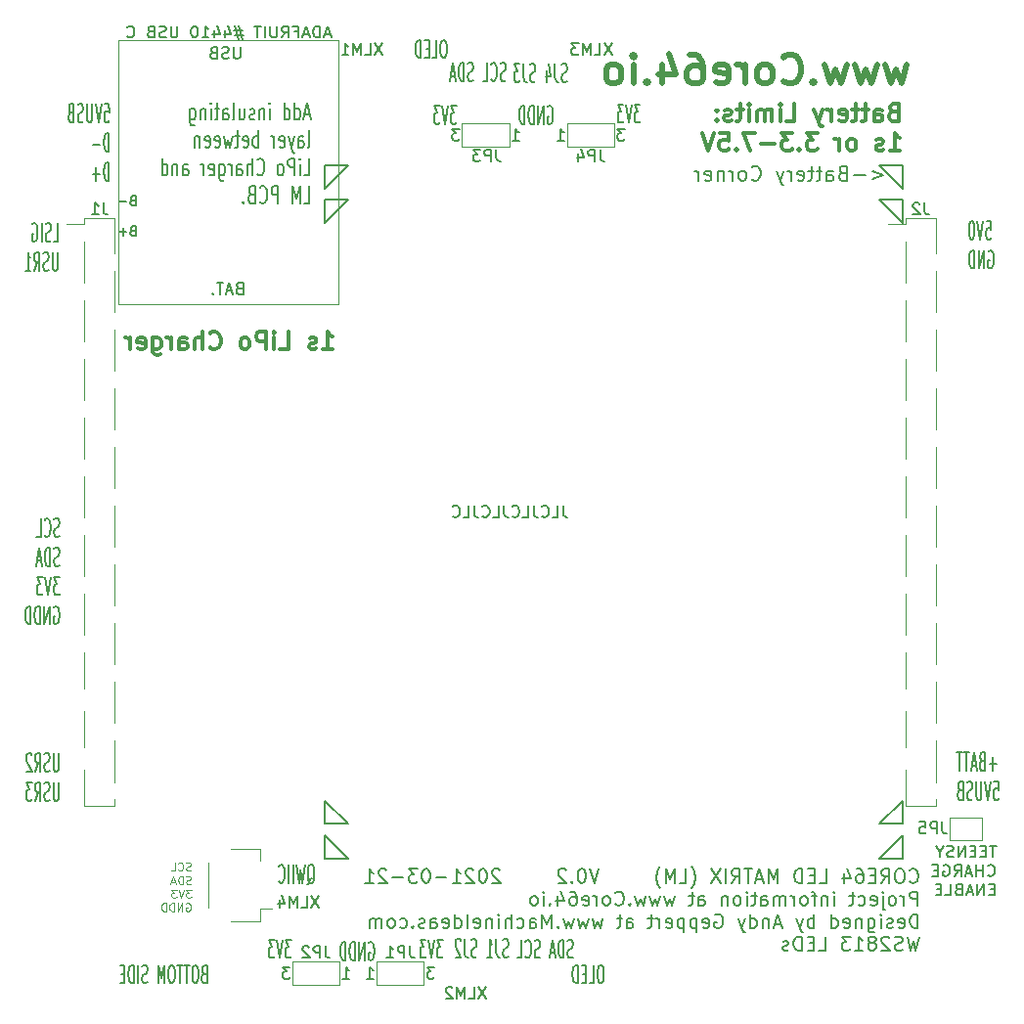
<source format=gbo>
G04 #@! TF.GenerationSoftware,KiCad,Pcbnew,(5.1.2-1)-1*
G04 #@! TF.CreationDate,2021-03-21T18:44:29-05:00*
G04 #@! TF.ProjectId,Core64 LM v0.2,436f7265-3634-4204-9c4d-2076302e322e,0.3*
G04 #@! TF.SameCoordinates,Original*
G04 #@! TF.FileFunction,Legend,Bot*
G04 #@! TF.FilePolarity,Positive*
%FSLAX46Y46*%
G04 Gerber Fmt 4.6, Leading zero omitted, Abs format (unit mm)*
G04 Created by KiCad (PCBNEW (5.1.2-1)-1) date 2021-03-21 18:44:29*
%MOMM*%
%LPD*%
G04 APERTURE LIST*
%ADD10C,0.150000*%
%ADD11C,0.160000*%
%ADD12C,0.200000*%
%ADD13C,0.120000*%
%ADD14C,0.300000*%
%ADD15C,0.500000*%
G04 APERTURE END LIST*
D10*
X42107261Y-28902380D02*
X41535833Y-28902380D01*
X41821547Y-29902380D02*
X41821547Y-28902380D01*
X41202500Y-29378571D02*
X40869166Y-29378571D01*
X40726309Y-29902380D02*
X41202500Y-29902380D01*
X41202500Y-28902380D01*
X40726309Y-28902380D01*
X40297738Y-29378571D02*
X39964404Y-29378571D01*
X39821547Y-29902380D02*
X40297738Y-29902380D01*
X40297738Y-28902380D01*
X39821547Y-28902380D01*
X39392976Y-29902380D02*
X39392976Y-28902380D01*
X38821547Y-29902380D01*
X38821547Y-28902380D01*
X38392976Y-29854761D02*
X38250119Y-29902380D01*
X38012023Y-29902380D01*
X37916785Y-29854761D01*
X37869166Y-29807142D01*
X37821547Y-29711904D01*
X37821547Y-29616666D01*
X37869166Y-29521428D01*
X37916785Y-29473809D01*
X38012023Y-29426190D01*
X38202500Y-29378571D01*
X38297738Y-29330952D01*
X38345357Y-29283333D01*
X38392976Y-29188095D01*
X38392976Y-29092857D01*
X38345357Y-28997619D01*
X38297738Y-28950000D01*
X38202500Y-28902380D01*
X37964404Y-28902380D01*
X37821547Y-28950000D01*
X37202500Y-29426190D02*
X37202500Y-29902380D01*
X37535833Y-28902380D02*
X37202500Y-29426190D01*
X36869166Y-28902380D01*
X41392976Y-31457142D02*
X41440595Y-31504761D01*
X41583452Y-31552380D01*
X41678690Y-31552380D01*
X41821547Y-31504761D01*
X41916785Y-31409523D01*
X41964404Y-31314285D01*
X42012023Y-31123809D01*
X42012023Y-30980952D01*
X41964404Y-30790476D01*
X41916785Y-30695238D01*
X41821547Y-30600000D01*
X41678690Y-30552380D01*
X41583452Y-30552380D01*
X41440595Y-30600000D01*
X41392976Y-30647619D01*
X40964404Y-31552380D02*
X40964404Y-30552380D01*
X40964404Y-31028571D02*
X40392976Y-31028571D01*
X40392976Y-31552380D02*
X40392976Y-30552380D01*
X39964404Y-31266666D02*
X39488214Y-31266666D01*
X40059642Y-31552380D02*
X39726309Y-30552380D01*
X39392976Y-31552380D01*
X38488214Y-31552380D02*
X38821547Y-31076190D01*
X39059642Y-31552380D02*
X39059642Y-30552380D01*
X38678690Y-30552380D01*
X38583452Y-30600000D01*
X38535833Y-30647619D01*
X38488214Y-30742857D01*
X38488214Y-30885714D01*
X38535833Y-30980952D01*
X38583452Y-31028571D01*
X38678690Y-31076190D01*
X39059642Y-31076190D01*
X37535833Y-30600000D02*
X37631071Y-30552380D01*
X37773928Y-30552380D01*
X37916785Y-30600000D01*
X38012023Y-30695238D01*
X38059642Y-30790476D01*
X38107261Y-30980952D01*
X38107261Y-31123809D01*
X38059642Y-31314285D01*
X38012023Y-31409523D01*
X37916785Y-31504761D01*
X37773928Y-31552380D01*
X37678690Y-31552380D01*
X37535833Y-31504761D01*
X37488214Y-31457142D01*
X37488214Y-31123809D01*
X37678690Y-31123809D01*
X37059642Y-31028571D02*
X36726309Y-31028571D01*
X36583452Y-31552380D02*
X37059642Y-31552380D01*
X37059642Y-30552380D01*
X36583452Y-30552380D01*
X41964404Y-32678571D02*
X41631071Y-32678571D01*
X41488214Y-33202380D02*
X41964404Y-33202380D01*
X41964404Y-32202380D01*
X41488214Y-32202380D01*
X41059642Y-33202380D02*
X41059642Y-32202380D01*
X40488214Y-33202380D01*
X40488214Y-32202380D01*
X40059642Y-32916666D02*
X39583452Y-32916666D01*
X40154880Y-33202380D02*
X39821547Y-32202380D01*
X39488214Y-33202380D01*
X38821547Y-32678571D02*
X38678690Y-32726190D01*
X38631071Y-32773809D01*
X38583452Y-32869047D01*
X38583452Y-33011904D01*
X38631071Y-33107142D01*
X38678690Y-33154761D01*
X38773928Y-33202380D01*
X39154880Y-33202380D01*
X39154880Y-32202380D01*
X38821547Y-32202380D01*
X38726309Y-32250000D01*
X38678690Y-32297619D01*
X38631071Y-32392857D01*
X38631071Y-32488095D01*
X38678690Y-32583333D01*
X38726309Y-32630952D01*
X38821547Y-32678571D01*
X39154880Y-32678571D01*
X37678690Y-33202380D02*
X38154880Y-33202380D01*
X38154880Y-32202380D01*
X37345357Y-32678571D02*
X37012023Y-32678571D01*
X36869166Y-33202380D02*
X37345357Y-33202380D01*
X37345357Y-32202380D01*
X36869166Y-32202380D01*
D11*
X-16000000Y25000000D02*
X-16000000Y27000000D01*
X-14000000Y27000000D02*
X-16000000Y25000000D01*
X-16000000Y27000000D02*
X-14000000Y27000000D01*
X-16000000Y-25000000D02*
X-16000000Y-27000000D01*
X-14000000Y-27000000D02*
X-16000000Y-25000000D01*
X-16000000Y-27000000D02*
X-14000000Y-27000000D01*
X32000000Y-27000000D02*
X34000000Y-25000000D01*
X34000000Y-25000000D02*
X34000000Y-27000000D01*
X34000000Y-27000000D02*
X32000000Y-27000000D01*
X34000000Y27000000D02*
X34000000Y25000000D01*
X34000000Y27000000D02*
X32000000Y27000000D01*
X34000000Y25000000D02*
X32000000Y27000000D01*
D12*
X31370000Y29517857D02*
X32322380Y29160714D01*
X31370000Y28803571D01*
X30774761Y29160714D02*
X29822380Y29160714D01*
X28810476Y29339285D02*
X28631904Y29279761D01*
X28572380Y29220238D01*
X28512857Y29101190D01*
X28512857Y28922619D01*
X28572380Y28803571D01*
X28631904Y28744047D01*
X28750952Y28684523D01*
X29227142Y28684523D01*
X29227142Y29934523D01*
X28810476Y29934523D01*
X28691428Y29875000D01*
X28631904Y29815476D01*
X28572380Y29696428D01*
X28572380Y29577380D01*
X28631904Y29458333D01*
X28691428Y29398809D01*
X28810476Y29339285D01*
X29227142Y29339285D01*
X27441428Y28684523D02*
X27441428Y29339285D01*
X27500952Y29458333D01*
X27620000Y29517857D01*
X27858095Y29517857D01*
X27977142Y29458333D01*
X27441428Y28744047D02*
X27560476Y28684523D01*
X27858095Y28684523D01*
X27977142Y28744047D01*
X28036666Y28863095D01*
X28036666Y28982142D01*
X27977142Y29101190D01*
X27858095Y29160714D01*
X27560476Y29160714D01*
X27441428Y29220238D01*
X27024761Y29517857D02*
X26548571Y29517857D01*
X26846190Y29934523D02*
X26846190Y28863095D01*
X26786666Y28744047D01*
X26667619Y28684523D01*
X26548571Y28684523D01*
X26310476Y29517857D02*
X25834285Y29517857D01*
X26131904Y29934523D02*
X26131904Y28863095D01*
X26072380Y28744047D01*
X25953333Y28684523D01*
X25834285Y28684523D01*
X24941428Y28744047D02*
X25060476Y28684523D01*
X25298571Y28684523D01*
X25417619Y28744047D01*
X25477142Y28863095D01*
X25477142Y29339285D01*
X25417619Y29458333D01*
X25298571Y29517857D01*
X25060476Y29517857D01*
X24941428Y29458333D01*
X24881904Y29339285D01*
X24881904Y29220238D01*
X25477142Y29101190D01*
X24346190Y28684523D02*
X24346190Y29517857D01*
X24346190Y29279761D02*
X24286666Y29398809D01*
X24227142Y29458333D01*
X24108095Y29517857D01*
X23989047Y29517857D01*
X23691428Y29517857D02*
X23393809Y28684523D01*
X23096190Y29517857D02*
X23393809Y28684523D01*
X23512857Y28386904D01*
X23572380Y28327380D01*
X23691428Y28267857D01*
X20953333Y28803571D02*
X21012857Y28744047D01*
X21191428Y28684523D01*
X21310476Y28684523D01*
X21489047Y28744047D01*
X21608095Y28863095D01*
X21667619Y28982142D01*
X21727142Y29220238D01*
X21727142Y29398809D01*
X21667619Y29636904D01*
X21608095Y29755952D01*
X21489047Y29875000D01*
X21310476Y29934523D01*
X21191428Y29934523D01*
X21012857Y29875000D01*
X20953333Y29815476D01*
X20239047Y28684523D02*
X20358095Y28744047D01*
X20417619Y28803571D01*
X20477142Y28922619D01*
X20477142Y29279761D01*
X20417619Y29398809D01*
X20358095Y29458333D01*
X20239047Y29517857D01*
X20060476Y29517857D01*
X19941428Y29458333D01*
X19881904Y29398809D01*
X19822380Y29279761D01*
X19822380Y28922619D01*
X19881904Y28803571D01*
X19941428Y28744047D01*
X20060476Y28684523D01*
X20239047Y28684523D01*
X19286666Y28684523D02*
X19286666Y29517857D01*
X19286666Y29279761D02*
X19227142Y29398809D01*
X19167619Y29458333D01*
X19048571Y29517857D01*
X18929523Y29517857D01*
X18512857Y29517857D02*
X18512857Y28684523D01*
X18512857Y29398809D02*
X18453333Y29458333D01*
X18334285Y29517857D01*
X18155714Y29517857D01*
X18036666Y29458333D01*
X17977142Y29339285D01*
X17977142Y28684523D01*
X16905714Y28744047D02*
X17024761Y28684523D01*
X17262857Y28684523D01*
X17381904Y28744047D01*
X17441428Y28863095D01*
X17441428Y29339285D01*
X17381904Y29458333D01*
X17262857Y29517857D01*
X17024761Y29517857D01*
X16905714Y29458333D01*
X16846190Y29339285D01*
X16846190Y29220238D01*
X17441428Y29101190D01*
X16310476Y28684523D02*
X16310476Y29517857D01*
X16310476Y29279761D02*
X16250952Y29398809D01*
X16191428Y29458333D01*
X16072380Y29517857D01*
X15953333Y29517857D01*
D11*
X-16000000Y28000000D02*
X-16000000Y30000000D01*
X-14000000Y30000000D02*
X-16000000Y28000000D01*
X-16000000Y30000000D02*
X-14000000Y30000000D01*
X-16000000Y-28000000D02*
X-16000000Y-30000000D01*
X-14000000Y-30000000D02*
X-16000000Y-28000000D01*
X-16000000Y-30000000D02*
X-14000000Y-30000000D01*
X34000000Y-28000000D02*
X34000000Y-30000000D01*
X32000000Y-30000000D02*
X34000000Y-28000000D01*
X34000000Y-30000000D02*
X32000000Y-30000000D01*
X34000000Y28000000D02*
X32000000Y30000000D01*
X34000000Y30000000D02*
X34000000Y28000000D01*
X34000000Y30000000D02*
X32000000Y30000000D01*
D10*
X4628690Y547619D02*
X4628690Y-166666D01*
X4676309Y-309523D01*
X4771547Y-404761D01*
X4914404Y-452380D01*
X5009642Y-452380D01*
X3676309Y-452380D02*
X4152500Y-452380D01*
X4152500Y547619D01*
X2771547Y-357142D02*
X2819166Y-404761D01*
X2962023Y-452380D01*
X3057261Y-452380D01*
X3200119Y-404761D01*
X3295357Y-309523D01*
X3342976Y-214285D01*
X3390595Y-23809D01*
X3390595Y119047D01*
X3342976Y309523D01*
X3295357Y404761D01*
X3200119Y500000D01*
X3057261Y547619D01*
X2962023Y547619D01*
X2819166Y500000D01*
X2771547Y452380D01*
X2057261Y547619D02*
X2057261Y-166666D01*
X2104880Y-309523D01*
X2200119Y-404761D01*
X2342976Y-452380D01*
X2438214Y-452380D01*
X1104880Y-452380D02*
X1581071Y-452380D01*
X1581071Y547619D01*
X200119Y-357142D02*
X247738Y-404761D01*
X390595Y-452380D01*
X485833Y-452380D01*
X628690Y-404761D01*
X723928Y-309523D01*
X771547Y-214285D01*
X819166Y-23809D01*
X819166Y119047D01*
X771547Y309523D01*
X723928Y404761D01*
X628690Y500000D01*
X485833Y547619D01*
X390595Y547619D01*
X247738Y500000D01*
X200119Y452380D01*
X-514166Y547619D02*
X-514166Y-166666D01*
X-466547Y-309523D01*
X-371309Y-404761D01*
X-228452Y-452380D01*
X-133214Y-452380D01*
X-1466547Y-452380D02*
X-990357Y-452380D01*
X-990357Y547619D01*
X-2371309Y-357142D02*
X-2323690Y-404761D01*
X-2180833Y-452380D01*
X-2085595Y-452380D01*
X-1942738Y-404761D01*
X-1847500Y-309523D01*
X-1799880Y-214285D01*
X-1752261Y-23809D01*
X-1752261Y119047D01*
X-1799880Y309523D01*
X-1847500Y404761D01*
X-1942738Y500000D01*
X-2085595Y547619D01*
X-2180833Y547619D01*
X-2323690Y500000D01*
X-2371309Y452380D01*
X-3085595Y547619D02*
X-3085595Y-166666D01*
X-3037976Y-309523D01*
X-2942738Y-404761D01*
X-2799880Y-452380D01*
X-2704642Y-452380D01*
X-4037976Y-452380D02*
X-3561785Y-452380D01*
X-3561785Y547619D01*
X-4942738Y-357142D02*
X-4895119Y-404761D01*
X-4752261Y-452380D01*
X-4657023Y-452380D01*
X-4514166Y-404761D01*
X-4418928Y-309523D01*
X-4371309Y-214285D01*
X-4323690Y-23809D01*
X-4323690Y119047D01*
X-4371309Y309523D01*
X-4418928Y404761D01*
X-4514166Y500000D01*
X-4657023Y547619D01*
X-4752261Y547619D01*
X-4895119Y500000D01*
X-4942738Y452380D01*
D11*
X-26461142Y-39987142D02*
X-26575428Y-40062380D01*
X-26613523Y-40137619D01*
X-26651619Y-40288095D01*
X-26651619Y-40513809D01*
X-26613523Y-40664285D01*
X-26575428Y-40739523D01*
X-26499238Y-40814761D01*
X-26194476Y-40814761D01*
X-26194476Y-39234761D01*
X-26461142Y-39234761D01*
X-26537333Y-39310000D01*
X-26575428Y-39385238D01*
X-26613523Y-39535714D01*
X-26613523Y-39686190D01*
X-26575428Y-39836666D01*
X-26537333Y-39911904D01*
X-26461142Y-39987142D01*
X-26194476Y-39987142D01*
X-27146857Y-39234761D02*
X-27299238Y-39234761D01*
X-27375428Y-39310000D01*
X-27451619Y-39460476D01*
X-27489714Y-39761428D01*
X-27489714Y-40288095D01*
X-27451619Y-40589047D01*
X-27375428Y-40739523D01*
X-27299238Y-40814761D01*
X-27146857Y-40814761D01*
X-27070666Y-40739523D01*
X-26994476Y-40589047D01*
X-26956380Y-40288095D01*
X-26956380Y-39761428D01*
X-26994476Y-39460476D01*
X-27070666Y-39310000D01*
X-27146857Y-39234761D01*
X-27718285Y-39234761D02*
X-28175428Y-39234761D01*
X-27946857Y-40814761D02*
X-27946857Y-39234761D01*
X-28327809Y-39234761D02*
X-28784952Y-39234761D01*
X-28556380Y-40814761D02*
X-28556380Y-39234761D01*
X-29204000Y-39234761D02*
X-29356380Y-39234761D01*
X-29432571Y-39310000D01*
X-29508761Y-39460476D01*
X-29546857Y-39761428D01*
X-29546857Y-40288095D01*
X-29508761Y-40589047D01*
X-29432571Y-40739523D01*
X-29356380Y-40814761D01*
X-29204000Y-40814761D01*
X-29127809Y-40739523D01*
X-29051619Y-40589047D01*
X-29013523Y-40288095D01*
X-29013523Y-39761428D01*
X-29051619Y-39460476D01*
X-29127809Y-39310000D01*
X-29204000Y-39234761D01*
X-29889714Y-40814761D02*
X-29889714Y-39234761D01*
X-30156380Y-40363333D01*
X-30423047Y-39234761D01*
X-30423047Y-40814761D01*
X-31375428Y-40739523D02*
X-31489714Y-40814761D01*
X-31680190Y-40814761D01*
X-31756380Y-40739523D01*
X-31794476Y-40664285D01*
X-31832571Y-40513809D01*
X-31832571Y-40363333D01*
X-31794476Y-40212857D01*
X-31756380Y-40137619D01*
X-31680190Y-40062380D01*
X-31527809Y-39987142D01*
X-31451619Y-39911904D01*
X-31413523Y-39836666D01*
X-31375428Y-39686190D01*
X-31375428Y-39535714D01*
X-31413523Y-39385238D01*
X-31451619Y-39310000D01*
X-31527809Y-39234761D01*
X-31718285Y-39234761D01*
X-31832571Y-39310000D01*
X-32175428Y-40814761D02*
X-32175428Y-39234761D01*
X-32556380Y-40814761D02*
X-32556380Y-39234761D01*
X-32746857Y-39234761D01*
X-32861142Y-39310000D01*
X-32937333Y-39460476D01*
X-32975428Y-39610952D01*
X-33013523Y-39911904D01*
X-33013523Y-40137619D01*
X-32975428Y-40438571D01*
X-32937333Y-40589047D01*
X-32861142Y-40739523D01*
X-32746857Y-40814761D01*
X-32556380Y-40814761D01*
X-33356380Y-39987142D02*
X-33623047Y-39987142D01*
X-33737333Y-40814761D02*
X-33356380Y-40814761D01*
X-33356380Y-39234761D01*
X-33737333Y-39234761D01*
X-356380Y37360476D02*
X-470666Y37285238D01*
X-661142Y37285238D01*
X-737333Y37360476D01*
X-775428Y37435714D01*
X-813523Y37586190D01*
X-813523Y37736666D01*
X-775428Y37887142D01*
X-737333Y37962380D01*
X-661142Y38037619D01*
X-508761Y38112857D01*
X-432571Y38188095D01*
X-394476Y38263333D01*
X-356380Y38413809D01*
X-356380Y38564285D01*
X-394476Y38714761D01*
X-432571Y38790000D01*
X-508761Y38865238D01*
X-699238Y38865238D01*
X-813523Y38790000D01*
X-1613523Y37435714D02*
X-1575428Y37360476D01*
X-1461142Y37285238D01*
X-1384952Y37285238D01*
X-1270666Y37360476D01*
X-1194476Y37510952D01*
X-1156380Y37661428D01*
X-1118285Y37962380D01*
X-1118285Y38188095D01*
X-1156380Y38489047D01*
X-1194476Y38639523D01*
X-1270666Y38790000D01*
X-1384952Y38865238D01*
X-1461142Y38865238D01*
X-1575428Y38790000D01*
X-1613523Y38714761D01*
X-2337333Y37285238D02*
X-1956380Y37285238D01*
X-1956380Y38865238D01*
X-3175428Y37360476D02*
X-3289714Y37285238D01*
X-3480190Y37285238D01*
X-3556380Y37360476D01*
X-3594476Y37435714D01*
X-3632571Y37586190D01*
X-3632571Y37736666D01*
X-3594476Y37887142D01*
X-3556380Y37962380D01*
X-3480190Y38037619D01*
X-3327809Y38112857D01*
X-3251619Y38188095D01*
X-3213523Y38263333D01*
X-3175428Y38413809D01*
X-3175428Y38564285D01*
X-3213523Y38714761D01*
X-3251619Y38790000D01*
X-3327809Y38865238D01*
X-3518285Y38865238D01*
X-3632571Y38790000D01*
X-3975428Y37285238D02*
X-3975428Y38865238D01*
X-4165904Y38865238D01*
X-4280190Y38790000D01*
X-4356380Y38639523D01*
X-4394476Y38489047D01*
X-4432571Y38188095D01*
X-4432571Y37962380D01*
X-4394476Y37661428D01*
X-4356380Y37510952D01*
X-4280190Y37360476D01*
X-4165904Y37285238D01*
X-3975428Y37285238D01*
X-4737333Y37736666D02*
X-5118285Y37736666D01*
X-4661142Y37285238D02*
X-4927809Y38865238D01*
X-5194476Y37285238D01*
X3286476Y35090000D02*
X3362666Y35165238D01*
X3476952Y35165238D01*
X3591238Y35090000D01*
X3667428Y34939523D01*
X3705523Y34789047D01*
X3743619Y34488095D01*
X3743619Y34262380D01*
X3705523Y33961428D01*
X3667428Y33810952D01*
X3591238Y33660476D01*
X3476952Y33585238D01*
X3400761Y33585238D01*
X3286476Y33660476D01*
X3248380Y33735714D01*
X3248380Y34262380D01*
X3400761Y34262380D01*
X2905523Y33585238D02*
X2905523Y35165238D01*
X2448380Y33585238D01*
X2448380Y35165238D01*
X2067428Y33585238D02*
X2067428Y35165238D01*
X1876952Y35165238D01*
X1762666Y35090000D01*
X1686476Y34939523D01*
X1648380Y34789047D01*
X1610285Y34488095D01*
X1610285Y34262380D01*
X1648380Y33961428D01*
X1686476Y33810952D01*
X1762666Y33660476D01*
X1876952Y33585238D01*
X2067428Y33585238D01*
X1267428Y33585238D02*
X1267428Y35165238D01*
X1076952Y35165238D01*
X962666Y35090000D01*
X886476Y34939523D01*
X848380Y34789047D01*
X810285Y34488095D01*
X810285Y34262380D01*
X848380Y33961428D01*
X886476Y33810952D01*
X962666Y33660476D01*
X1076952Y33585238D01*
X1267428Y33585238D01*
X-4618285Y35165238D02*
X-5113523Y35165238D01*
X-4846857Y34563333D01*
X-4961142Y34563333D01*
X-5037333Y34488095D01*
X-5075428Y34412857D01*
X-5113523Y34262380D01*
X-5113523Y33886190D01*
X-5075428Y33735714D01*
X-5037333Y33660476D01*
X-4961142Y33585238D01*
X-4732571Y33585238D01*
X-4656380Y33660476D01*
X-4618285Y33735714D01*
X-5342095Y35165238D02*
X-5608761Y33585238D01*
X-5875428Y35165238D01*
X-6065904Y35165238D02*
X-6561142Y35165238D01*
X-6294476Y34563333D01*
X-6408761Y34563333D01*
X-6484952Y34488095D01*
X-6523047Y34412857D01*
X-6561142Y34262380D01*
X-6561142Y33886190D01*
X-6523047Y33735714D01*
X-6484952Y33660476D01*
X-6408761Y33585238D01*
X-6180190Y33585238D01*
X-6104000Y33660476D01*
X-6065904Y33735714D01*
X11281714Y35265238D02*
X10786476Y35265238D01*
X11053142Y34663333D01*
X10938857Y34663333D01*
X10862666Y34588095D01*
X10824571Y34512857D01*
X10786476Y34362380D01*
X10786476Y33986190D01*
X10824571Y33835714D01*
X10862666Y33760476D01*
X10938857Y33685238D01*
X11167428Y33685238D01*
X11243619Y33760476D01*
X11281714Y33835714D01*
X10557904Y35265238D02*
X10291238Y33685238D01*
X10024571Y35265238D01*
X9834095Y35265238D02*
X9338857Y35265238D01*
X9605523Y34663333D01*
X9491238Y34663333D01*
X9415047Y34588095D01*
X9376952Y34512857D01*
X9338857Y34362380D01*
X9338857Y33986190D01*
X9376952Y33835714D01*
X9415047Y33760476D01*
X9491238Y33685238D01*
X9719809Y33685238D01*
X9796000Y33760476D01*
X9834095Y33835714D01*
X4943619Y37260476D02*
X4829333Y37185238D01*
X4638857Y37185238D01*
X4562666Y37260476D01*
X4524571Y37335714D01*
X4486476Y37486190D01*
X4486476Y37636666D01*
X4524571Y37787142D01*
X4562666Y37862380D01*
X4638857Y37937619D01*
X4791238Y38012857D01*
X4867428Y38088095D01*
X4905523Y38163333D01*
X4943619Y38313809D01*
X4943619Y38464285D01*
X4905523Y38614761D01*
X4867428Y38690000D01*
X4791238Y38765238D01*
X4600761Y38765238D01*
X4486476Y38690000D01*
X3915047Y38765238D02*
X3915047Y37636666D01*
X3953142Y37410952D01*
X4029333Y37260476D01*
X4143619Y37185238D01*
X4219809Y37185238D01*
X3191238Y38238571D02*
X3191238Y37185238D01*
X3381714Y38840476D02*
X3572190Y37711904D01*
X3076952Y37711904D01*
X2200761Y37260476D02*
X2086476Y37185238D01*
X1895999Y37185238D01*
X1819809Y37260476D01*
X1781714Y37335714D01*
X1743619Y37486190D01*
X1743619Y37636666D01*
X1781714Y37787142D01*
X1819809Y37862380D01*
X1895999Y37937619D01*
X2048380Y38012857D01*
X2124571Y38088095D01*
X2162666Y38163333D01*
X2200761Y38313809D01*
X2200761Y38464285D01*
X2162666Y38614761D01*
X2124571Y38690000D01*
X2048380Y38765238D01*
X1857904Y38765238D01*
X1743619Y38690000D01*
X1172190Y38765238D02*
X1172190Y37636666D01*
X1210285Y37410952D01*
X1286476Y37260476D01*
X1400761Y37185238D01*
X1476952Y37185238D01*
X867428Y38765238D02*
X372190Y38765238D01*
X638857Y38163333D01*
X524571Y38163333D01*
X448380Y38088095D01*
X410285Y38012857D01*
X372190Y37862380D01*
X372190Y37486190D01*
X410285Y37335714D01*
X448380Y37260476D01*
X524571Y37185238D01*
X753142Y37185238D01*
X829333Y37260476D01*
X867428Y37335714D01*
X-5646857Y40865238D02*
X-5799238Y40865238D01*
X-5875428Y40790000D01*
X-5951619Y40639523D01*
X-5989714Y40338571D01*
X-5989714Y39811904D01*
X-5951619Y39510952D01*
X-5875428Y39360476D01*
X-5799238Y39285238D01*
X-5646857Y39285238D01*
X-5570666Y39360476D01*
X-5494476Y39510952D01*
X-5456380Y39811904D01*
X-5456380Y40338571D01*
X-5494476Y40639523D01*
X-5570666Y40790000D01*
X-5646857Y40865238D01*
X-6713523Y39285238D02*
X-6332571Y39285238D01*
X-6332571Y40865238D01*
X-6980190Y40112857D02*
X-7246857Y40112857D01*
X-7361142Y39285238D02*
X-6980190Y39285238D01*
X-6980190Y40865238D01*
X-7361142Y40865238D01*
X-7704000Y39285238D02*
X-7704000Y40865238D01*
X-7894476Y40865238D01*
X-8008761Y40790000D01*
X-8084952Y40639523D01*
X-8123047Y40489047D01*
X-8161142Y40188095D01*
X-8161142Y39962380D01*
X-8123047Y39661428D01*
X-8084952Y39510952D01*
X-8008761Y39360476D01*
X-7894476Y39285238D01*
X-7704000Y39285238D01*
D10*
X8859642Y40547619D02*
X8192976Y39547619D01*
X8192976Y40547619D02*
X8859642Y39547619D01*
X7335833Y39547619D02*
X7812023Y39547619D01*
X7812023Y40547619D01*
X7002500Y39547619D02*
X7002500Y40547619D01*
X6669166Y39833333D01*
X6335833Y40547619D01*
X6335833Y39547619D01*
X5954880Y40547619D02*
X5335833Y40547619D01*
X5669166Y40166666D01*
X5526309Y40166666D01*
X5431071Y40119047D01*
X5383452Y40071428D01*
X5335833Y39976190D01*
X5335833Y39738095D01*
X5383452Y39642857D01*
X5431071Y39595238D01*
X5526309Y39547619D01*
X5812023Y39547619D01*
X5907261Y39595238D01*
X5954880Y39642857D01*
D11*
X-17294476Y34365000D02*
X-17770666Y34365000D01*
X-17199238Y33936428D02*
X-17532571Y35436428D01*
X-17865904Y33936428D01*
X-18627809Y33936428D02*
X-18627809Y35436428D01*
X-18627809Y34007857D02*
X-18532571Y33936428D01*
X-18342095Y33936428D01*
X-18246857Y34007857D01*
X-18199238Y34079285D01*
X-18151619Y34222142D01*
X-18151619Y34650714D01*
X-18199238Y34793571D01*
X-18246857Y34865000D01*
X-18342095Y34936428D01*
X-18532571Y34936428D01*
X-18627809Y34865000D01*
X-19532571Y33936428D02*
X-19532571Y35436428D01*
X-19532571Y34007857D02*
X-19437333Y33936428D01*
X-19246857Y33936428D01*
X-19151619Y34007857D01*
X-19104000Y34079285D01*
X-19056380Y34222142D01*
X-19056380Y34650714D01*
X-19104000Y34793571D01*
X-19151619Y34865000D01*
X-19246857Y34936428D01*
X-19437333Y34936428D01*
X-19532571Y34865000D01*
X-20770666Y33936428D02*
X-20770666Y34936428D01*
X-20770666Y35436428D02*
X-20723047Y35365000D01*
X-20770666Y35293571D01*
X-20818285Y35365000D01*
X-20770666Y35436428D01*
X-20770666Y35293571D01*
X-21246857Y34936428D02*
X-21246857Y33936428D01*
X-21246857Y34793571D02*
X-21294476Y34865000D01*
X-21389714Y34936428D01*
X-21532571Y34936428D01*
X-21627809Y34865000D01*
X-21675428Y34722142D01*
X-21675428Y33936428D01*
X-22104000Y34007857D02*
X-22199238Y33936428D01*
X-22389714Y33936428D01*
X-22484952Y34007857D01*
X-22532571Y34150714D01*
X-22532571Y34222142D01*
X-22484952Y34365000D01*
X-22389714Y34436428D01*
X-22246857Y34436428D01*
X-22151619Y34507857D01*
X-22104000Y34650714D01*
X-22104000Y34722142D01*
X-22151619Y34865000D01*
X-22246857Y34936428D01*
X-22389714Y34936428D01*
X-22484952Y34865000D01*
X-23389714Y34936428D02*
X-23389714Y33936428D01*
X-22961142Y34936428D02*
X-22961142Y34150714D01*
X-23008761Y34007857D01*
X-23104000Y33936428D01*
X-23246857Y33936428D01*
X-23342095Y34007857D01*
X-23389714Y34079285D01*
X-24008761Y33936428D02*
X-23913523Y34007857D01*
X-23865904Y34150714D01*
X-23865904Y35436428D01*
X-24818285Y33936428D02*
X-24818285Y34722142D01*
X-24770666Y34865000D01*
X-24675428Y34936428D01*
X-24484952Y34936428D01*
X-24389714Y34865000D01*
X-24818285Y34007857D02*
X-24723047Y33936428D01*
X-24484952Y33936428D01*
X-24389714Y34007857D01*
X-24342095Y34150714D01*
X-24342095Y34293571D01*
X-24389714Y34436428D01*
X-24484952Y34507857D01*
X-24723047Y34507857D01*
X-24818285Y34579285D01*
X-25151619Y34936428D02*
X-25532571Y34936428D01*
X-25294476Y35436428D02*
X-25294476Y34150714D01*
X-25342095Y34007857D01*
X-25437333Y33936428D01*
X-25532571Y33936428D01*
X-25865904Y33936428D02*
X-25865904Y34936428D01*
X-25865904Y35436428D02*
X-25818285Y35365000D01*
X-25865904Y35293571D01*
X-25913523Y35365000D01*
X-25865904Y35436428D01*
X-25865904Y35293571D01*
X-26342095Y34936428D02*
X-26342095Y33936428D01*
X-26342095Y34793571D02*
X-26389714Y34865000D01*
X-26484952Y34936428D01*
X-26627809Y34936428D01*
X-26723047Y34865000D01*
X-26770666Y34722142D01*
X-26770666Y33936428D01*
X-27675428Y34936428D02*
X-27675428Y33722142D01*
X-27627809Y33579285D01*
X-27580190Y33507857D01*
X-27484952Y33436428D01*
X-27342095Y33436428D01*
X-27246857Y33507857D01*
X-27675428Y34007857D02*
X-27580190Y33936428D01*
X-27389714Y33936428D01*
X-27294476Y34007857D01*
X-27246857Y34079285D01*
X-27199238Y34222142D01*
X-27199238Y34650714D01*
X-27246857Y34793571D01*
X-27294476Y34865000D01*
X-27389714Y34936428D01*
X-27580190Y34936428D01*
X-27675428Y34865000D01*
X-17484952Y31526428D02*
X-17389714Y31597857D01*
X-17342095Y31740714D01*
X-17342095Y33026428D01*
X-18294476Y31526428D02*
X-18294476Y32312142D01*
X-18246857Y32455000D01*
X-18151619Y32526428D01*
X-17961142Y32526428D01*
X-17865904Y32455000D01*
X-18294476Y31597857D02*
X-18199238Y31526428D01*
X-17961142Y31526428D01*
X-17865904Y31597857D01*
X-17818285Y31740714D01*
X-17818285Y31883571D01*
X-17865904Y32026428D01*
X-17961142Y32097857D01*
X-18199238Y32097857D01*
X-18294476Y32169285D01*
X-18675428Y32526428D02*
X-18913523Y31526428D01*
X-19151619Y32526428D02*
X-18913523Y31526428D01*
X-18818285Y31169285D01*
X-18770666Y31097857D01*
X-18675428Y31026428D01*
X-19913523Y31597857D02*
X-19818285Y31526428D01*
X-19627809Y31526428D01*
X-19532571Y31597857D01*
X-19484952Y31740714D01*
X-19484952Y32312142D01*
X-19532571Y32455000D01*
X-19627809Y32526428D01*
X-19818285Y32526428D01*
X-19913523Y32455000D01*
X-19961142Y32312142D01*
X-19961142Y32169285D01*
X-19484952Y32026428D01*
X-20389714Y31526428D02*
X-20389714Y32526428D01*
X-20389714Y32240714D02*
X-20437333Y32383571D01*
X-20484952Y32455000D01*
X-20580190Y32526428D01*
X-20675428Y32526428D01*
X-21770666Y31526428D02*
X-21770666Y33026428D01*
X-21770666Y32455000D02*
X-21865904Y32526428D01*
X-22056380Y32526428D01*
X-22151619Y32455000D01*
X-22199238Y32383571D01*
X-22246857Y32240714D01*
X-22246857Y31812142D01*
X-22199238Y31669285D01*
X-22151619Y31597857D01*
X-22056380Y31526428D01*
X-21865904Y31526428D01*
X-21770666Y31597857D01*
X-23056380Y31597857D02*
X-22961142Y31526428D01*
X-22770666Y31526428D01*
X-22675428Y31597857D01*
X-22627809Y31740714D01*
X-22627809Y32312142D01*
X-22675428Y32455000D01*
X-22770666Y32526428D01*
X-22961142Y32526428D01*
X-23056380Y32455000D01*
X-23104000Y32312142D01*
X-23104000Y32169285D01*
X-22627809Y32026428D01*
X-23389714Y32526428D02*
X-23770666Y32526428D01*
X-23532571Y33026428D02*
X-23532571Y31740714D01*
X-23580190Y31597857D01*
X-23675428Y31526428D01*
X-23770666Y31526428D01*
X-24008761Y32526428D02*
X-24199238Y31526428D01*
X-24389714Y32240714D01*
X-24580190Y31526428D01*
X-24770666Y32526428D01*
X-25532571Y31597857D02*
X-25437333Y31526428D01*
X-25246857Y31526428D01*
X-25151619Y31597857D01*
X-25104000Y31740714D01*
X-25104000Y32312142D01*
X-25151619Y32455000D01*
X-25246857Y32526428D01*
X-25437333Y32526428D01*
X-25532571Y32455000D01*
X-25580190Y32312142D01*
X-25580190Y32169285D01*
X-25104000Y32026428D01*
X-26389714Y31597857D02*
X-26294476Y31526428D01*
X-26104000Y31526428D01*
X-26008761Y31597857D01*
X-25961142Y31740714D01*
X-25961142Y32312142D01*
X-26008761Y32455000D01*
X-26104000Y32526428D01*
X-26294476Y32526428D01*
X-26389714Y32455000D01*
X-26437333Y32312142D01*
X-26437333Y32169285D01*
X-25961142Y32026428D01*
X-26865904Y32526428D02*
X-26865904Y31526428D01*
X-26865904Y32383571D02*
X-26913523Y32455000D01*
X-27008761Y32526428D01*
X-27151619Y32526428D01*
X-27246857Y32455000D01*
X-27294476Y32312142D01*
X-27294476Y31526428D01*
X-17818285Y29116428D02*
X-17342095Y29116428D01*
X-17342095Y30616428D01*
X-18151619Y29116428D02*
X-18151619Y30116428D01*
X-18151619Y30616428D02*
X-18104000Y30545000D01*
X-18151619Y30473571D01*
X-18199238Y30545000D01*
X-18151619Y30616428D01*
X-18151619Y30473571D01*
X-18627809Y29116428D02*
X-18627809Y30616428D01*
X-19008761Y30616428D01*
X-19104000Y30545000D01*
X-19151619Y30473571D01*
X-19199238Y30330714D01*
X-19199238Y30116428D01*
X-19151619Y29973571D01*
X-19104000Y29902142D01*
X-19008761Y29830714D01*
X-18627809Y29830714D01*
X-19770666Y29116428D02*
X-19675428Y29187857D01*
X-19627809Y29259285D01*
X-19580190Y29402142D01*
X-19580190Y29830714D01*
X-19627809Y29973571D01*
X-19675428Y30045000D01*
X-19770666Y30116428D01*
X-19913523Y30116428D01*
X-20008761Y30045000D01*
X-20056380Y29973571D01*
X-20104000Y29830714D01*
X-20104000Y29402142D01*
X-20056380Y29259285D01*
X-20008761Y29187857D01*
X-19913523Y29116428D01*
X-19770666Y29116428D01*
X-21865904Y29259285D02*
X-21818285Y29187857D01*
X-21675428Y29116428D01*
X-21580190Y29116428D01*
X-21437333Y29187857D01*
X-21342095Y29330714D01*
X-21294476Y29473571D01*
X-21246857Y29759285D01*
X-21246857Y29973571D01*
X-21294476Y30259285D01*
X-21342095Y30402142D01*
X-21437333Y30545000D01*
X-21580190Y30616428D01*
X-21675428Y30616428D01*
X-21818285Y30545000D01*
X-21865904Y30473571D01*
X-22294476Y29116428D02*
X-22294476Y30616428D01*
X-22723047Y29116428D02*
X-22723047Y29902142D01*
X-22675428Y30045000D01*
X-22580190Y30116428D01*
X-22437333Y30116428D01*
X-22342095Y30045000D01*
X-22294476Y29973571D01*
X-23627809Y29116428D02*
X-23627809Y29902142D01*
X-23580190Y30045000D01*
X-23484952Y30116428D01*
X-23294476Y30116428D01*
X-23199238Y30045000D01*
X-23627809Y29187857D02*
X-23532571Y29116428D01*
X-23294476Y29116428D01*
X-23199238Y29187857D01*
X-23151619Y29330714D01*
X-23151619Y29473571D01*
X-23199238Y29616428D01*
X-23294476Y29687857D01*
X-23532571Y29687857D01*
X-23627809Y29759285D01*
X-24103999Y29116428D02*
X-24103999Y30116428D01*
X-24103999Y29830714D02*
X-24151619Y29973571D01*
X-24199238Y30045000D01*
X-24294476Y30116428D01*
X-24389714Y30116428D01*
X-25151619Y30116428D02*
X-25151619Y28902142D01*
X-25104000Y28759285D01*
X-25056380Y28687857D01*
X-24961142Y28616428D01*
X-24818285Y28616428D01*
X-24723047Y28687857D01*
X-25151619Y29187857D02*
X-25056380Y29116428D01*
X-24865904Y29116428D01*
X-24770666Y29187857D01*
X-24723047Y29259285D01*
X-24675428Y29402142D01*
X-24675428Y29830714D01*
X-24723047Y29973571D01*
X-24770666Y30045000D01*
X-24865904Y30116428D01*
X-25056380Y30116428D01*
X-25151619Y30045000D01*
X-26008761Y29187857D02*
X-25913523Y29116428D01*
X-25723047Y29116428D01*
X-25627809Y29187857D01*
X-25580190Y29330714D01*
X-25580190Y29902142D01*
X-25627809Y30045000D01*
X-25723047Y30116428D01*
X-25913523Y30116428D01*
X-26008761Y30045000D01*
X-26056380Y29902142D01*
X-26056380Y29759285D01*
X-25580190Y29616428D01*
X-26484952Y29116428D02*
X-26484952Y30116428D01*
X-26484952Y29830714D02*
X-26532571Y29973571D01*
X-26580190Y30045000D01*
X-26675428Y30116428D01*
X-26770666Y30116428D01*
X-28294476Y29116428D02*
X-28294476Y29902142D01*
X-28246857Y30045000D01*
X-28151619Y30116428D01*
X-27961142Y30116428D01*
X-27865904Y30045000D01*
X-28294476Y29187857D02*
X-28199238Y29116428D01*
X-27961142Y29116428D01*
X-27865904Y29187857D01*
X-27818285Y29330714D01*
X-27818285Y29473571D01*
X-27865904Y29616428D01*
X-27961142Y29687857D01*
X-28199238Y29687857D01*
X-28294476Y29759285D01*
X-28770666Y30116428D02*
X-28770666Y29116428D01*
X-28770666Y29973571D02*
X-28818285Y30045000D01*
X-28913523Y30116428D01*
X-29056380Y30116428D01*
X-29151619Y30045000D01*
X-29199238Y29902142D01*
X-29199238Y29116428D01*
X-30103999Y29116428D02*
X-30103999Y30616428D01*
X-30103999Y29187857D02*
X-30008761Y29116428D01*
X-29818285Y29116428D01*
X-29723047Y29187857D01*
X-29675428Y29259285D01*
X-29627809Y29402142D01*
X-29627809Y29830714D01*
X-29675428Y29973571D01*
X-29723047Y30045000D01*
X-29818285Y30116428D01*
X-30008761Y30116428D01*
X-30103999Y30045000D01*
X-17818285Y26706428D02*
X-17342095Y26706428D01*
X-17342095Y28206428D01*
X-18151619Y26706428D02*
X-18151619Y28206428D01*
X-18484952Y27135000D01*
X-18818285Y28206428D01*
X-18818285Y26706428D01*
X-20056380Y26706428D02*
X-20056380Y28206428D01*
X-20437333Y28206428D01*
X-20532571Y28135000D01*
X-20580190Y28063571D01*
X-20627809Y27920714D01*
X-20627809Y27706428D01*
X-20580190Y27563571D01*
X-20532571Y27492142D01*
X-20437333Y27420714D01*
X-20056380Y27420714D01*
X-21627809Y26849285D02*
X-21580190Y26777857D01*
X-21437333Y26706428D01*
X-21342095Y26706428D01*
X-21199238Y26777857D01*
X-21104000Y26920714D01*
X-21056380Y27063571D01*
X-21008761Y27349285D01*
X-21008761Y27563571D01*
X-21056380Y27849285D01*
X-21104000Y27992142D01*
X-21199238Y28135000D01*
X-21342095Y28206428D01*
X-21437333Y28206428D01*
X-21580190Y28135000D01*
X-21627809Y28063571D01*
X-22389714Y27492142D02*
X-22532571Y27420714D01*
X-22580190Y27349285D01*
X-22627809Y27206428D01*
X-22627809Y26992142D01*
X-22580190Y26849285D01*
X-22532571Y26777857D01*
X-22437333Y26706428D01*
X-22056380Y26706428D01*
X-22056380Y28206428D01*
X-22389714Y28206428D01*
X-22484952Y28135000D01*
X-22532571Y28063571D01*
X-22580190Y27920714D01*
X-22580190Y27777857D01*
X-22532571Y27635000D01*
X-22484952Y27563571D01*
X-22389714Y27492142D01*
X-22056380Y27492142D01*
X-23056380Y26849285D02*
X-23104000Y26777857D01*
X-23056380Y26706428D01*
X-23008761Y26777857D01*
X-23056380Y26849285D01*
X-23056380Y26706428D01*
X-39044476Y-20894761D02*
X-39044476Y-22173809D01*
X-39082571Y-22324285D01*
X-39120666Y-22399523D01*
X-39196857Y-22474761D01*
X-39349238Y-22474761D01*
X-39425428Y-22399523D01*
X-39463523Y-22324285D01*
X-39501619Y-22173809D01*
X-39501619Y-20894761D01*
X-39844476Y-22399523D02*
X-39958761Y-22474761D01*
X-40149238Y-22474761D01*
X-40225428Y-22399523D01*
X-40263523Y-22324285D01*
X-40301619Y-22173809D01*
X-40301619Y-22023333D01*
X-40263523Y-21872857D01*
X-40225428Y-21797619D01*
X-40149238Y-21722380D01*
X-39996857Y-21647142D01*
X-39920666Y-21571904D01*
X-39882571Y-21496666D01*
X-39844476Y-21346190D01*
X-39844476Y-21195714D01*
X-39882571Y-21045238D01*
X-39920666Y-20970000D01*
X-39996857Y-20894761D01*
X-40187333Y-20894761D01*
X-40301619Y-20970000D01*
X-41101619Y-22474761D02*
X-40834952Y-21722380D01*
X-40644476Y-22474761D02*
X-40644476Y-20894761D01*
X-40949238Y-20894761D01*
X-41025428Y-20970000D01*
X-41063523Y-21045238D01*
X-41101619Y-21195714D01*
X-41101619Y-21421428D01*
X-41063523Y-21571904D01*
X-41025428Y-21647142D01*
X-40949238Y-21722380D01*
X-40644476Y-21722380D01*
X-41406380Y-21045238D02*
X-41444476Y-20970000D01*
X-41520666Y-20894761D01*
X-41711142Y-20894761D01*
X-41787333Y-20970000D01*
X-41825428Y-21045238D01*
X-41863523Y-21195714D01*
X-41863523Y-21346190D01*
X-41825428Y-21571904D01*
X-41368285Y-22474761D01*
X-41863523Y-22474761D01*
X-39044476Y-23424761D02*
X-39044476Y-24703809D01*
X-39082571Y-24854285D01*
X-39120666Y-24929523D01*
X-39196857Y-25004761D01*
X-39349238Y-25004761D01*
X-39425428Y-24929523D01*
X-39463523Y-24854285D01*
X-39501619Y-24703809D01*
X-39501619Y-23424761D01*
X-39844476Y-24929523D02*
X-39958761Y-25004761D01*
X-40149238Y-25004761D01*
X-40225428Y-24929523D01*
X-40263523Y-24854285D01*
X-40301619Y-24703809D01*
X-40301619Y-24553333D01*
X-40263523Y-24402857D01*
X-40225428Y-24327619D01*
X-40149238Y-24252380D01*
X-39996857Y-24177142D01*
X-39920666Y-24101904D01*
X-39882571Y-24026666D01*
X-39844476Y-23876190D01*
X-39844476Y-23725714D01*
X-39882571Y-23575238D01*
X-39920666Y-23500000D01*
X-39996857Y-23424761D01*
X-40187333Y-23424761D01*
X-40301619Y-23500000D01*
X-41101619Y-25004761D02*
X-40834952Y-24252380D01*
X-40644476Y-25004761D02*
X-40644476Y-23424761D01*
X-40949238Y-23424761D01*
X-41025428Y-23500000D01*
X-41063523Y-23575238D01*
X-41101619Y-23725714D01*
X-41101619Y-23951428D01*
X-41063523Y-24101904D01*
X-41025428Y-24177142D01*
X-40949238Y-24252380D01*
X-40644476Y-24252380D01*
X-41368285Y-23424761D02*
X-41863523Y-23424761D01*
X-41596857Y-24026666D01*
X-41711142Y-24026666D01*
X-41787333Y-24101904D01*
X-41825428Y-24177142D01*
X-41863523Y-24327619D01*
X-41863523Y-24703809D01*
X-41825428Y-24854285D01*
X-41787333Y-24929523D01*
X-41711142Y-25004761D01*
X-41482571Y-25004761D01*
X-41406380Y-24929523D01*
X-41368285Y-24854285D01*
X-17527809Y-32265238D02*
X-17451619Y-32190000D01*
X-17375428Y-32039523D01*
X-17261142Y-31813809D01*
X-17184952Y-31738571D01*
X-17108761Y-31738571D01*
X-17146857Y-32114761D02*
X-17070666Y-32039523D01*
X-16994476Y-31889047D01*
X-16956380Y-31588095D01*
X-16956380Y-31061428D01*
X-16994476Y-30760476D01*
X-17070666Y-30610000D01*
X-17146857Y-30534761D01*
X-17299238Y-30534761D01*
X-17375428Y-30610000D01*
X-17451619Y-30760476D01*
X-17489714Y-31061428D01*
X-17489714Y-31588095D01*
X-17451619Y-31889047D01*
X-17375428Y-32039523D01*
X-17299238Y-32114761D01*
X-17146857Y-32114761D01*
X-17756380Y-30534761D02*
X-17946857Y-32114761D01*
X-18099238Y-30986190D01*
X-18251619Y-32114761D01*
X-18442095Y-30534761D01*
X-18746857Y-32114761D02*
X-18746857Y-30534761D01*
X-19127809Y-32114761D02*
X-19127809Y-30534761D01*
X-19965904Y-31964285D02*
X-19927809Y-32039523D01*
X-19813523Y-32114761D01*
X-19737333Y-32114761D01*
X-19623047Y-32039523D01*
X-19546857Y-31889047D01*
X-19508761Y-31738571D01*
X-19470666Y-31437619D01*
X-19470666Y-31211904D01*
X-19508761Y-30910952D01*
X-19546857Y-30760476D01*
X-19623047Y-30610000D01*
X-19737333Y-30534761D01*
X-19813523Y-30534761D01*
X-19927809Y-30610000D01*
X-19965904Y-30685238D01*
D13*
X-27611333Y-31028333D02*
X-27711333Y-31061666D01*
X-27878000Y-31061666D01*
X-27944666Y-31028333D01*
X-27978000Y-30995000D01*
X-28011333Y-30928333D01*
X-28011333Y-30861666D01*
X-27978000Y-30795000D01*
X-27944666Y-30761666D01*
X-27878000Y-30728333D01*
X-27744666Y-30695000D01*
X-27678000Y-30661666D01*
X-27644666Y-30628333D01*
X-27611333Y-30561666D01*
X-27611333Y-30495000D01*
X-27644666Y-30428333D01*
X-27678000Y-30395000D01*
X-27744666Y-30361666D01*
X-27911333Y-30361666D01*
X-28011333Y-30395000D01*
X-28711333Y-30995000D02*
X-28678000Y-31028333D01*
X-28578000Y-31061666D01*
X-28511333Y-31061666D01*
X-28411333Y-31028333D01*
X-28344666Y-30961666D01*
X-28311333Y-30895000D01*
X-28278000Y-30761666D01*
X-28278000Y-30661666D01*
X-28311333Y-30528333D01*
X-28344666Y-30461666D01*
X-28411333Y-30395000D01*
X-28511333Y-30361666D01*
X-28578000Y-30361666D01*
X-28678000Y-30395000D01*
X-28711333Y-30428333D01*
X-29344666Y-31061666D02*
X-29011333Y-31061666D01*
X-29011333Y-30361666D01*
X-27611333Y-32198333D02*
X-27711333Y-32231666D01*
X-27878000Y-32231666D01*
X-27944666Y-32198333D01*
X-27978000Y-32165000D01*
X-28011333Y-32098333D01*
X-28011333Y-32031666D01*
X-27978000Y-31965000D01*
X-27944666Y-31931666D01*
X-27878000Y-31898333D01*
X-27744666Y-31865000D01*
X-27678000Y-31831666D01*
X-27644666Y-31798333D01*
X-27611333Y-31731666D01*
X-27611333Y-31665000D01*
X-27644666Y-31598333D01*
X-27678000Y-31565000D01*
X-27744666Y-31531666D01*
X-27911333Y-31531666D01*
X-28011333Y-31565000D01*
X-28311333Y-32231666D02*
X-28311333Y-31531666D01*
X-28478000Y-31531666D01*
X-28578000Y-31565000D01*
X-28644666Y-31631666D01*
X-28678000Y-31698333D01*
X-28711333Y-31831666D01*
X-28711333Y-31931666D01*
X-28678000Y-32065000D01*
X-28644666Y-32131666D01*
X-28578000Y-32198333D01*
X-28478000Y-32231666D01*
X-28311333Y-32231666D01*
X-28978000Y-32031666D02*
X-29311333Y-32031666D01*
X-28911333Y-32231666D02*
X-29144666Y-31531666D01*
X-29378000Y-32231666D01*
X-27578000Y-32701666D02*
X-28011333Y-32701666D01*
X-27778000Y-32968333D01*
X-27878000Y-32968333D01*
X-27944666Y-33001666D01*
X-27978000Y-33035000D01*
X-28011333Y-33101666D01*
X-28011333Y-33268333D01*
X-27978000Y-33335000D01*
X-27944666Y-33368333D01*
X-27878000Y-33401666D01*
X-27678000Y-33401666D01*
X-27611333Y-33368333D01*
X-27578000Y-33335000D01*
X-28211333Y-32701666D02*
X-28444666Y-33401666D01*
X-28678000Y-32701666D01*
X-28844666Y-32701666D02*
X-29278000Y-32701666D01*
X-29044666Y-32968333D01*
X-29144666Y-32968333D01*
X-29211333Y-33001666D01*
X-29244666Y-33035000D01*
X-29278000Y-33101666D01*
X-29278000Y-33268333D01*
X-29244666Y-33335000D01*
X-29211333Y-33368333D01*
X-29144666Y-33401666D01*
X-28944666Y-33401666D01*
X-28878000Y-33368333D01*
X-28844666Y-33335000D01*
X-28011333Y-33905000D02*
X-27944666Y-33871666D01*
X-27844666Y-33871666D01*
X-27744666Y-33905000D01*
X-27678000Y-33971666D01*
X-27644666Y-34038333D01*
X-27611333Y-34171666D01*
X-27611333Y-34271666D01*
X-27644666Y-34405000D01*
X-27678000Y-34471666D01*
X-27744666Y-34538333D01*
X-27844666Y-34571666D01*
X-27911333Y-34571666D01*
X-28011333Y-34538333D01*
X-28044666Y-34505000D01*
X-28044666Y-34271666D01*
X-27911333Y-34271666D01*
X-28344666Y-34571666D02*
X-28344666Y-33871666D01*
X-28744666Y-34571666D01*
X-28744666Y-33871666D01*
X-29078000Y-34571666D02*
X-29078000Y-33871666D01*
X-29244666Y-33871666D01*
X-29344666Y-33905000D01*
X-29411333Y-33971666D01*
X-29444666Y-34038333D01*
X-29478000Y-34171666D01*
X-29478000Y-34271666D01*
X-29444666Y-34405000D01*
X-29411333Y-34471666D01*
X-29344666Y-34538333D01*
X-29244666Y-34571666D01*
X-29078000Y-34571666D01*
X-29778000Y-34571666D02*
X-29778000Y-33871666D01*
X-29944666Y-33871666D01*
X-30044666Y-33905000D01*
X-30111333Y-33971666D01*
X-30144666Y-34038333D01*
X-30178000Y-34171666D01*
X-30178000Y-34271666D01*
X-30144666Y-34405000D01*
X-30111333Y-34471666D01*
X-30044666Y-34538333D01*
X-29944666Y-34571666D01*
X-29778000Y-34571666D01*
D11*
X-35075428Y35295238D02*
X-34694476Y35295238D01*
X-34656380Y34542857D01*
X-34694476Y34618095D01*
X-34770666Y34693333D01*
X-34961142Y34693333D01*
X-35037333Y34618095D01*
X-35075428Y34542857D01*
X-35113523Y34392380D01*
X-35113523Y34016190D01*
X-35075428Y33865714D01*
X-35037333Y33790476D01*
X-34961142Y33715238D01*
X-34770666Y33715238D01*
X-34694476Y33790476D01*
X-34656380Y33865714D01*
X-35342095Y35295238D02*
X-35608761Y33715238D01*
X-35875428Y35295238D01*
X-36142095Y35295238D02*
X-36142095Y34016190D01*
X-36180190Y33865714D01*
X-36218285Y33790476D01*
X-36294476Y33715238D01*
X-36446857Y33715238D01*
X-36523047Y33790476D01*
X-36561142Y33865714D01*
X-36599238Y34016190D01*
X-36599238Y35295238D01*
X-36942095Y33790476D02*
X-37056380Y33715238D01*
X-37246857Y33715238D01*
X-37323047Y33790476D01*
X-37361142Y33865714D01*
X-37399238Y34016190D01*
X-37399238Y34166666D01*
X-37361142Y34317142D01*
X-37323047Y34392380D01*
X-37246857Y34467619D01*
X-37094476Y34542857D01*
X-37018285Y34618095D01*
X-36980190Y34693333D01*
X-36942095Y34843809D01*
X-36942095Y34994285D01*
X-36980190Y35144761D01*
X-37018285Y35220000D01*
X-37094476Y35295238D01*
X-37284952Y35295238D01*
X-37399238Y35220000D01*
X-38008761Y34542857D02*
X-38123047Y34467619D01*
X-38161142Y34392380D01*
X-38199238Y34241904D01*
X-38199238Y34016190D01*
X-38161142Y33865714D01*
X-38123047Y33790476D01*
X-38046857Y33715238D01*
X-37742095Y33715238D01*
X-37742095Y35295238D01*
X-38008761Y35295238D01*
X-38084952Y35220000D01*
X-38123047Y35144761D01*
X-38161142Y34994285D01*
X-38161142Y34843809D01*
X-38123047Y34693333D01*
X-38084952Y34618095D01*
X-38008761Y34542857D01*
X-37742095Y34542857D01*
X-34694476Y31185238D02*
X-34694476Y32765238D01*
X-34884952Y32765238D01*
X-34999238Y32690000D01*
X-35075428Y32539523D01*
X-35113523Y32389047D01*
X-35151619Y32088095D01*
X-35151619Y31862380D01*
X-35113523Y31561428D01*
X-35075428Y31410952D01*
X-34999238Y31260476D01*
X-34884952Y31185238D01*
X-34694476Y31185238D01*
X-35494476Y31787142D02*
X-36104000Y31787142D01*
X-34694476Y28655238D02*
X-34694476Y30235238D01*
X-34884952Y30235238D01*
X-34999238Y30160000D01*
X-35075428Y30009523D01*
X-35113523Y29859047D01*
X-35151619Y29558095D01*
X-35151619Y29332380D01*
X-35113523Y29031428D01*
X-35075428Y28880952D01*
X-34999238Y28730476D01*
X-34884952Y28655238D01*
X-34694476Y28655238D01*
X-35494476Y29257142D02*
X-36104000Y29257142D01*
X-35799238Y28655238D02*
X-35799238Y29859047D01*
D10*
X-2040357Y-41152380D02*
X-2707023Y-42152380D01*
X-2707023Y-41152380D02*
X-2040357Y-42152380D01*
X-3564166Y-42152380D02*
X-3087976Y-42152380D01*
X-3087976Y-41152380D01*
X-3897500Y-42152380D02*
X-3897500Y-41152380D01*
X-4230833Y-41866666D01*
X-4564166Y-41152380D01*
X-4564166Y-42152380D01*
X-4992738Y-41247619D02*
X-5040357Y-41200000D01*
X-5135595Y-41152380D01*
X-5373690Y-41152380D01*
X-5468928Y-41200000D01*
X-5516547Y-41247619D01*
X-5564166Y-41342857D01*
X-5564166Y-41438095D01*
X-5516547Y-41580952D01*
X-4945119Y-42152380D01*
X-5564166Y-42152380D01*
D11*
X7953142Y-39234761D02*
X7800761Y-39234761D01*
X7724571Y-39310000D01*
X7648380Y-39460476D01*
X7610285Y-39761428D01*
X7610285Y-40288095D01*
X7648380Y-40589047D01*
X7724571Y-40739523D01*
X7800761Y-40814761D01*
X7953142Y-40814761D01*
X8029333Y-40739523D01*
X8105523Y-40589047D01*
X8143619Y-40288095D01*
X8143619Y-39761428D01*
X8105523Y-39460476D01*
X8029333Y-39310000D01*
X7953142Y-39234761D01*
X6886476Y-40814761D02*
X7267428Y-40814761D01*
X7267428Y-39234761D01*
X6619809Y-39987142D02*
X6353142Y-39987142D01*
X6238857Y-40814761D02*
X6619809Y-40814761D01*
X6619809Y-39234761D01*
X6238857Y-39234761D01*
X5896000Y-40814761D02*
X5896000Y-39234761D01*
X5705523Y-39234761D01*
X5591238Y-39310000D01*
X5515047Y-39460476D01*
X5476952Y-39610952D01*
X5438857Y-39911904D01*
X5438857Y-40137619D01*
X5476952Y-40438571D01*
X5515047Y-40589047D01*
X5591238Y-40739523D01*
X5705523Y-40814761D01*
X5896000Y-40814761D01*
D10*
X-15537976Y41333333D02*
X-16014166Y41333333D01*
X-15442738Y41047619D02*
X-15776071Y42047619D01*
X-16109404Y41047619D01*
X-16442738Y41047619D02*
X-16442738Y42047619D01*
X-16680833Y42047619D01*
X-16823690Y42000000D01*
X-16918928Y41904761D01*
X-16966547Y41809523D01*
X-17014166Y41619047D01*
X-17014166Y41476190D01*
X-16966547Y41285714D01*
X-16918928Y41190476D01*
X-16823690Y41095238D01*
X-16680833Y41047619D01*
X-16442738Y41047619D01*
X-17395119Y41333333D02*
X-17871309Y41333333D01*
X-17299880Y41047619D02*
X-17633214Y42047619D01*
X-17966547Y41047619D01*
X-18633214Y41571428D02*
X-18299880Y41571428D01*
X-18299880Y41047619D02*
X-18299880Y42047619D01*
X-18776071Y42047619D01*
X-19728452Y41047619D02*
X-19395119Y41523809D01*
X-19157023Y41047619D02*
X-19157023Y42047619D01*
X-19537976Y42047619D01*
X-19633214Y42000000D01*
X-19680833Y41952380D01*
X-19728452Y41857142D01*
X-19728452Y41714285D01*
X-19680833Y41619047D01*
X-19633214Y41571428D01*
X-19537976Y41523809D01*
X-19157023Y41523809D01*
X-20157023Y42047619D02*
X-20157023Y41238095D01*
X-20204642Y41142857D01*
X-20252261Y41095238D01*
X-20347500Y41047619D01*
X-20537976Y41047619D01*
X-20633214Y41095238D01*
X-20680833Y41142857D01*
X-20728452Y41238095D01*
X-20728452Y42047619D01*
X-21204642Y41047619D02*
X-21204642Y42047619D01*
X-21537976Y42047619D02*
X-22109404Y42047619D01*
X-21823690Y41047619D02*
X-21823690Y42047619D01*
X-23157023Y41714285D02*
X-23871309Y41714285D01*
X-23442738Y42142857D02*
X-23157023Y40857142D01*
X-23776071Y41285714D02*
X-23061785Y41285714D01*
X-23490357Y40857142D02*
X-23776071Y42142857D01*
X-24633214Y41714285D02*
X-24633214Y41047619D01*
X-24395119Y42095238D02*
X-24157023Y41380952D01*
X-24776071Y41380952D01*
X-25585595Y41714285D02*
X-25585595Y41047619D01*
X-25347499Y42095238D02*
X-25109404Y41380952D01*
X-25728452Y41380952D01*
X-26633214Y41047619D02*
X-26061785Y41047619D01*
X-26347499Y41047619D02*
X-26347499Y42047619D01*
X-26252261Y41904761D01*
X-26157023Y41809523D01*
X-26061785Y41761904D01*
X-27252261Y42047619D02*
X-27347499Y42047619D01*
X-27442738Y42000000D01*
X-27490357Y41952380D01*
X-27537976Y41857142D01*
X-27585595Y41666666D01*
X-27585595Y41428571D01*
X-27537976Y41238095D01*
X-27490357Y41142857D01*
X-27442738Y41095238D01*
X-27347499Y41047619D01*
X-27252261Y41047619D01*
X-27157023Y41095238D01*
X-27109404Y41142857D01*
X-27061785Y41238095D01*
X-27014166Y41428571D01*
X-27014166Y41666666D01*
X-27061785Y41857142D01*
X-27109404Y41952380D01*
X-27157023Y42000000D01*
X-27252261Y42047619D01*
X-28776071Y42047619D02*
X-28776071Y41238095D01*
X-28823690Y41142857D01*
X-28871309Y41095238D01*
X-28966547Y41047619D01*
X-29157023Y41047619D01*
X-29252261Y41095238D01*
X-29299880Y41142857D01*
X-29347499Y41238095D01*
X-29347499Y42047619D01*
X-29776071Y41095238D02*
X-29918928Y41047619D01*
X-30157023Y41047619D01*
X-30252261Y41095238D01*
X-30299880Y41142857D01*
X-30347499Y41238095D01*
X-30347499Y41333333D01*
X-30299880Y41428571D01*
X-30252261Y41476190D01*
X-30157023Y41523809D01*
X-29966547Y41571428D01*
X-29871309Y41619047D01*
X-29823690Y41666666D01*
X-29776071Y41761904D01*
X-29776071Y41857142D01*
X-29823690Y41952380D01*
X-29871309Y42000000D01*
X-29966547Y42047619D01*
X-30204642Y42047619D01*
X-30347499Y42000000D01*
X-31109404Y41571428D02*
X-31252261Y41523809D01*
X-31299880Y41476190D01*
X-31347499Y41380952D01*
X-31347499Y41238095D01*
X-31299880Y41142857D01*
X-31252261Y41095238D01*
X-31157023Y41047619D01*
X-30776071Y41047619D01*
X-30776071Y42047619D01*
X-31109404Y42047619D01*
X-31204642Y42000000D01*
X-31252261Y41952380D01*
X-31299880Y41857142D01*
X-31299880Y41761904D01*
X-31252261Y41666666D01*
X-31204642Y41619047D01*
X-31109404Y41571428D01*
X-30776071Y41571428D01*
X-33109404Y41142857D02*
X-33061785Y41095238D01*
X-32918928Y41047619D01*
X-32823690Y41047619D01*
X-32680833Y41095238D01*
X-32585595Y41190476D01*
X-32537976Y41285714D01*
X-32490357Y41476190D01*
X-32490357Y41619047D01*
X-32537976Y41809523D01*
X-32585595Y41904761D01*
X-32680833Y42000000D01*
X-32823690Y42047619D01*
X-32918928Y42047619D01*
X-33061785Y42000000D01*
X-33109404Y41952380D01*
D14*
X33197857Y34632142D02*
X32983571Y34560714D01*
X32912142Y34489285D01*
X32840714Y34346428D01*
X32840714Y34132142D01*
X32912142Y33989285D01*
X32983571Y33917857D01*
X33126428Y33846428D01*
X33697857Y33846428D01*
X33697857Y35346428D01*
X33197857Y35346428D01*
X33055000Y35275000D01*
X32983571Y35203571D01*
X32912142Y35060714D01*
X32912142Y34917857D01*
X32983571Y34775000D01*
X33055000Y34703571D01*
X33197857Y34632142D01*
X33697857Y34632142D01*
X31555000Y33846428D02*
X31555000Y34632142D01*
X31626428Y34775000D01*
X31769285Y34846428D01*
X32055000Y34846428D01*
X32197857Y34775000D01*
X31555000Y33917857D02*
X31697857Y33846428D01*
X32055000Y33846428D01*
X32197857Y33917857D01*
X32269285Y34060714D01*
X32269285Y34203571D01*
X32197857Y34346428D01*
X32055000Y34417857D01*
X31697857Y34417857D01*
X31555000Y34489285D01*
X31055000Y34846428D02*
X30483571Y34846428D01*
X30840714Y35346428D02*
X30840714Y34060714D01*
X30769285Y33917857D01*
X30626428Y33846428D01*
X30483571Y33846428D01*
X30197857Y34846428D02*
X29626428Y34846428D01*
X29983571Y35346428D02*
X29983571Y34060714D01*
X29912142Y33917857D01*
X29769285Y33846428D01*
X29626428Y33846428D01*
X28555000Y33917857D02*
X28697857Y33846428D01*
X28983571Y33846428D01*
X29126428Y33917857D01*
X29197857Y34060714D01*
X29197857Y34632142D01*
X29126428Y34775000D01*
X28983571Y34846428D01*
X28697857Y34846428D01*
X28555000Y34775000D01*
X28483571Y34632142D01*
X28483571Y34489285D01*
X29197857Y34346428D01*
X27840714Y33846428D02*
X27840714Y34846428D01*
X27840714Y34560714D02*
X27769285Y34703571D01*
X27697857Y34775000D01*
X27555000Y34846428D01*
X27412142Y34846428D01*
X27055000Y34846428D02*
X26697857Y33846428D01*
X26340714Y34846428D02*
X26697857Y33846428D01*
X26840714Y33489285D01*
X26912142Y33417857D01*
X27055000Y33346428D01*
X23912142Y33846428D02*
X24626428Y33846428D01*
X24626428Y35346428D01*
X23412142Y33846428D02*
X23412142Y34846428D01*
X23412142Y35346428D02*
X23483571Y35275000D01*
X23412142Y35203571D01*
X23340714Y35275000D01*
X23412142Y35346428D01*
X23412142Y35203571D01*
X22697857Y33846428D02*
X22697857Y34846428D01*
X22697857Y34703571D02*
X22626428Y34775000D01*
X22483571Y34846428D01*
X22269285Y34846428D01*
X22126428Y34775000D01*
X22055000Y34632142D01*
X22055000Y33846428D01*
X22055000Y34632142D02*
X21983571Y34775000D01*
X21840714Y34846428D01*
X21626428Y34846428D01*
X21483571Y34775000D01*
X21412142Y34632142D01*
X21412142Y33846428D01*
X20697857Y33846428D02*
X20697857Y34846428D01*
X20697857Y35346428D02*
X20769285Y35275000D01*
X20697857Y35203571D01*
X20626428Y35275000D01*
X20697857Y35346428D01*
X20697857Y35203571D01*
X20197857Y34846428D02*
X19626428Y34846428D01*
X19983571Y35346428D02*
X19983571Y34060714D01*
X19912142Y33917857D01*
X19769285Y33846428D01*
X19626428Y33846428D01*
X19197857Y33917857D02*
X19055000Y33846428D01*
X18769285Y33846428D01*
X18626428Y33917857D01*
X18555000Y34060714D01*
X18555000Y34132142D01*
X18626428Y34275000D01*
X18769285Y34346428D01*
X18983571Y34346428D01*
X19126428Y34417857D01*
X19197857Y34560714D01*
X19197857Y34632142D01*
X19126428Y34775000D01*
X18983571Y34846428D01*
X18769285Y34846428D01*
X18626428Y34775000D01*
X17912142Y33989285D02*
X17840714Y33917857D01*
X17912142Y33846428D01*
X17983571Y33917857D01*
X17912142Y33989285D01*
X17912142Y33846428D01*
X17912142Y34775000D02*
X17840714Y34703571D01*
X17912142Y34632142D01*
X17983571Y34703571D01*
X17912142Y34775000D01*
X17912142Y34632142D01*
X32912142Y31296428D02*
X33769285Y31296428D01*
X33340714Y31296428D02*
X33340714Y32796428D01*
X33483571Y32582142D01*
X33626428Y32439285D01*
X33769285Y32367857D01*
X32340714Y31367857D02*
X32197857Y31296428D01*
X31912142Y31296428D01*
X31769285Y31367857D01*
X31697857Y31510714D01*
X31697857Y31582142D01*
X31769285Y31725000D01*
X31912142Y31796428D01*
X32126428Y31796428D01*
X32269285Y31867857D01*
X32340714Y32010714D01*
X32340714Y32082142D01*
X32269285Y32225000D01*
X32126428Y32296428D01*
X31912142Y32296428D01*
X31769285Y32225000D01*
X29697857Y31296428D02*
X29840714Y31367857D01*
X29912142Y31439285D01*
X29983571Y31582142D01*
X29983571Y32010714D01*
X29912142Y32153571D01*
X29840714Y32225000D01*
X29697857Y32296428D01*
X29483571Y32296428D01*
X29340714Y32225000D01*
X29269285Y32153571D01*
X29197857Y32010714D01*
X29197857Y31582142D01*
X29269285Y31439285D01*
X29340714Y31367857D01*
X29483571Y31296428D01*
X29697857Y31296428D01*
X28555000Y31296428D02*
X28555000Y32296428D01*
X28555000Y32010714D02*
X28483571Y32153571D01*
X28412142Y32225000D01*
X28269285Y32296428D01*
X28126428Y32296428D01*
X26626428Y32796428D02*
X25697857Y32796428D01*
X26197857Y32225000D01*
X25983571Y32225000D01*
X25840714Y32153571D01*
X25769285Y32082142D01*
X25697857Y31939285D01*
X25697857Y31582142D01*
X25769285Y31439285D01*
X25840714Y31367857D01*
X25983571Y31296428D01*
X26412142Y31296428D01*
X26555000Y31367857D01*
X26626428Y31439285D01*
X25055000Y31439285D02*
X24983571Y31367857D01*
X25055000Y31296428D01*
X25126428Y31367857D01*
X25055000Y31439285D01*
X25055000Y31296428D01*
X24483571Y32796428D02*
X23554999Y32796428D01*
X24054999Y32225000D01*
X23840714Y32225000D01*
X23697857Y32153571D01*
X23626428Y32082142D01*
X23554999Y31939285D01*
X23554999Y31582142D01*
X23626428Y31439285D01*
X23697857Y31367857D01*
X23840714Y31296428D01*
X24269285Y31296428D01*
X24412142Y31367857D01*
X24483571Y31439285D01*
X22912142Y31867857D02*
X21769285Y31867857D01*
X21197857Y32796428D02*
X20197857Y32796428D01*
X20840714Y31296428D01*
X19626428Y31439285D02*
X19554999Y31367857D01*
X19626428Y31296428D01*
X19697857Y31367857D01*
X19626428Y31439285D01*
X19626428Y31296428D01*
X18197857Y32796428D02*
X18912142Y32796428D01*
X18983571Y32082142D01*
X18912142Y32153571D01*
X18769285Y32225000D01*
X18412142Y32225000D01*
X18269285Y32153571D01*
X18197857Y32082142D01*
X18126428Y31939285D01*
X18126428Y31582142D01*
X18197857Y31439285D01*
X18269285Y31367857D01*
X18412142Y31296428D01*
X18769285Y31296428D01*
X18912142Y31367857D01*
X18983571Y31439285D01*
X17697857Y32796428D02*
X17197857Y31296428D01*
X16697857Y32796428D01*
D11*
X-32661904Y26957142D02*
X-32776190Y26919047D01*
X-32814285Y26880952D01*
X-32852380Y26804761D01*
X-32852380Y26690476D01*
X-32814285Y26614285D01*
X-32776190Y26576190D01*
X-32700000Y26538095D01*
X-32395238Y26538095D01*
X-32395238Y27338095D01*
X-32661904Y27338095D01*
X-32738095Y27300000D01*
X-32776190Y27261904D01*
X-32814285Y27185714D01*
X-32814285Y27109523D01*
X-32776190Y27033333D01*
X-32738095Y26995238D01*
X-32661904Y26957142D01*
X-32395238Y26957142D01*
X-33195238Y26842857D02*
X-33804761Y26842857D01*
X-32661904Y24357142D02*
X-32776190Y24319047D01*
X-32814285Y24280952D01*
X-32852380Y24204761D01*
X-32852380Y24090476D01*
X-32814285Y24014285D01*
X-32776190Y23976190D01*
X-32700000Y23938095D01*
X-32395238Y23938095D01*
X-32395238Y24738095D01*
X-32661904Y24738095D01*
X-32738095Y24700000D01*
X-32776190Y24661904D01*
X-32814285Y24585714D01*
X-32814285Y24509523D01*
X-32776190Y24433333D01*
X-32738095Y24395238D01*
X-32661904Y24357142D01*
X-32395238Y24357142D01*
X-33195238Y24242857D02*
X-33804761Y24242857D01*
X-33500000Y23938095D02*
X-33500000Y24547619D01*
X-141380Y-38514523D02*
X-255666Y-38589761D01*
X-446142Y-38589761D01*
X-522333Y-38514523D01*
X-560428Y-38439285D01*
X-598523Y-38288809D01*
X-598523Y-38138333D01*
X-560428Y-37987857D01*
X-522333Y-37912619D01*
X-446142Y-37837380D01*
X-293761Y-37762142D01*
X-217571Y-37686904D01*
X-179476Y-37611666D01*
X-141380Y-37461190D01*
X-141380Y-37310714D01*
X-179476Y-37160238D01*
X-217571Y-37085000D01*
X-293761Y-37009761D01*
X-484238Y-37009761D01*
X-598523Y-37085000D01*
X-1169952Y-37009761D02*
X-1169952Y-38138333D01*
X-1131857Y-38364047D01*
X-1055666Y-38514523D01*
X-941380Y-38589761D01*
X-865190Y-38589761D01*
X-1969952Y-38589761D02*
X-1512809Y-38589761D01*
X-1741380Y-38589761D02*
X-1741380Y-37009761D01*
X-1665190Y-37235476D01*
X-1589000Y-37385952D01*
X-1512809Y-37461190D01*
X-2884238Y-38514523D02*
X-2998523Y-38589761D01*
X-3189000Y-38589761D01*
X-3265190Y-38514523D01*
X-3303285Y-38439285D01*
X-3341380Y-38288809D01*
X-3341380Y-38138333D01*
X-3303285Y-37987857D01*
X-3265190Y-37912619D01*
X-3189000Y-37837380D01*
X-3036619Y-37762142D01*
X-2960428Y-37686904D01*
X-2922333Y-37611666D01*
X-2884238Y-37461190D01*
X-2884238Y-37310714D01*
X-2922333Y-37160238D01*
X-2960428Y-37085000D01*
X-3036619Y-37009761D01*
X-3227095Y-37009761D01*
X-3341380Y-37085000D01*
X-3912809Y-37009761D02*
X-3912809Y-38138333D01*
X-3874714Y-38364047D01*
X-3798523Y-38514523D01*
X-3684238Y-38589761D01*
X-3608047Y-38589761D01*
X-4255666Y-37160238D02*
X-4293761Y-37085000D01*
X-4369952Y-37009761D01*
X-4560428Y-37009761D01*
X-4636619Y-37085000D01*
X-4674714Y-37160238D01*
X-4712809Y-37310714D01*
X-4712809Y-37461190D01*
X-4674714Y-37686904D01*
X-4217571Y-38589761D01*
X-4712809Y-38589761D01*
X-5818285Y-37034761D02*
X-6313523Y-37034761D01*
X-6046857Y-37636666D01*
X-6161142Y-37636666D01*
X-6237333Y-37711904D01*
X-6275428Y-37787142D01*
X-6313523Y-37937619D01*
X-6313523Y-38313809D01*
X-6275428Y-38464285D01*
X-6237333Y-38539523D01*
X-6161142Y-38614761D01*
X-5932571Y-38614761D01*
X-5856380Y-38539523D01*
X-5818285Y-38464285D01*
X-6542095Y-37034761D02*
X-6808761Y-38614761D01*
X-7075428Y-37034761D01*
X-7265904Y-37034761D02*
X-7761142Y-37034761D01*
X-7494476Y-37636666D01*
X-7608761Y-37636666D01*
X-7684952Y-37711904D01*
X-7723047Y-37787142D01*
X-7761142Y-37937619D01*
X-7761142Y-38313809D01*
X-7723047Y-38464285D01*
X-7684952Y-38539523D01*
X-7608761Y-38614761D01*
X-7380190Y-38614761D01*
X-7304000Y-38539523D01*
X-7265904Y-38464285D01*
X-18918285Y-37034761D02*
X-19413523Y-37034761D01*
X-19146857Y-37636666D01*
X-19261142Y-37636666D01*
X-19337333Y-37711904D01*
X-19375428Y-37787142D01*
X-19413523Y-37937619D01*
X-19413523Y-38313809D01*
X-19375428Y-38464285D01*
X-19337333Y-38539523D01*
X-19261142Y-38614761D01*
X-19032571Y-38614761D01*
X-18956380Y-38539523D01*
X-18918285Y-38464285D01*
X-19642095Y-37034761D02*
X-19908761Y-38614761D01*
X-20175428Y-37034761D01*
X-20365904Y-37034761D02*
X-20861142Y-37034761D01*
X-20594476Y-37636666D01*
X-20708761Y-37636666D01*
X-20784952Y-37711904D01*
X-20823047Y-37787142D01*
X-20861142Y-37937619D01*
X-20861142Y-38313809D01*
X-20823047Y-38464285D01*
X-20784952Y-38539523D01*
X-20708761Y-38614761D01*
X-20480190Y-38614761D01*
X-20404000Y-38539523D01*
X-20365904Y-38464285D01*
X-12198523Y-37310000D02*
X-12122333Y-37234761D01*
X-12008047Y-37234761D01*
X-11893761Y-37310000D01*
X-11817571Y-37460476D01*
X-11779476Y-37610952D01*
X-11741380Y-37911904D01*
X-11741380Y-38137619D01*
X-11779476Y-38438571D01*
X-11817571Y-38589047D01*
X-11893761Y-38739523D01*
X-12008047Y-38814761D01*
X-12084238Y-38814761D01*
X-12198523Y-38739523D01*
X-12236619Y-38664285D01*
X-12236619Y-38137619D01*
X-12084238Y-38137619D01*
X-12579476Y-38814761D02*
X-12579476Y-37234761D01*
X-13036619Y-38814761D01*
X-13036619Y-37234761D01*
X-13417571Y-38814761D02*
X-13417571Y-37234761D01*
X-13608047Y-37234761D01*
X-13722333Y-37310000D01*
X-13798523Y-37460476D01*
X-13836619Y-37610952D01*
X-13874714Y-37911904D01*
X-13874714Y-38137619D01*
X-13836619Y-38438571D01*
X-13798523Y-38589047D01*
X-13722333Y-38739523D01*
X-13608047Y-38814761D01*
X-13417571Y-38814761D01*
X-14217571Y-38814761D02*
X-14217571Y-37234761D01*
X-14408047Y-37234761D01*
X-14522333Y-37310000D01*
X-14598523Y-37460476D01*
X-14636619Y-37610952D01*
X-14674714Y-37911904D01*
X-14674714Y-38137619D01*
X-14636619Y-38438571D01*
X-14598523Y-38589047D01*
X-14522333Y-38739523D01*
X-14408047Y-38814761D01*
X-14217571Y-38814761D01*
X5458619Y-38539523D02*
X5344333Y-38614761D01*
X5153857Y-38614761D01*
X5077666Y-38539523D01*
X5039571Y-38464285D01*
X5001476Y-38313809D01*
X5001476Y-38163333D01*
X5039571Y-38012857D01*
X5077666Y-37937619D01*
X5153857Y-37862380D01*
X5306238Y-37787142D01*
X5382428Y-37711904D01*
X5420523Y-37636666D01*
X5458619Y-37486190D01*
X5458619Y-37335714D01*
X5420523Y-37185238D01*
X5382428Y-37110000D01*
X5306238Y-37034761D01*
X5115761Y-37034761D01*
X5001476Y-37110000D01*
X4658619Y-38614761D02*
X4658619Y-37034761D01*
X4468142Y-37034761D01*
X4353857Y-37110000D01*
X4277666Y-37260476D01*
X4239571Y-37410952D01*
X4201476Y-37711904D01*
X4201476Y-37937619D01*
X4239571Y-38238571D01*
X4277666Y-38389047D01*
X4353857Y-38539523D01*
X4468142Y-38614761D01*
X4658619Y-38614761D01*
X3896714Y-38163333D02*
X3515761Y-38163333D01*
X3972904Y-38614761D02*
X3706238Y-37034761D01*
X3439571Y-38614761D01*
X2601476Y-38539523D02*
X2487190Y-38614761D01*
X2296714Y-38614761D01*
X2220523Y-38539523D01*
X2182428Y-38464285D01*
X2144333Y-38313809D01*
X2144333Y-38163333D01*
X2182428Y-38012857D01*
X2220523Y-37937619D01*
X2296714Y-37862380D01*
X2449095Y-37787142D01*
X2525285Y-37711904D01*
X2563380Y-37636666D01*
X2601476Y-37486190D01*
X2601476Y-37335714D01*
X2563380Y-37185238D01*
X2525285Y-37110000D01*
X2449095Y-37034761D01*
X2258619Y-37034761D01*
X2144333Y-37110000D01*
X1344333Y-38464285D02*
X1382428Y-38539523D01*
X1496714Y-38614761D01*
X1572904Y-38614761D01*
X1687190Y-38539523D01*
X1763380Y-38389047D01*
X1801476Y-38238571D01*
X1839571Y-37937619D01*
X1839571Y-37711904D01*
X1801476Y-37410952D01*
X1763380Y-37260476D01*
X1687190Y-37110000D01*
X1572904Y-37034761D01*
X1496714Y-37034761D01*
X1382428Y-37110000D01*
X1344333Y-37185238D01*
X620523Y-38614761D02*
X1001476Y-38614761D01*
X1001476Y-37034761D01*
X42123761Y-21797857D02*
X41514238Y-21797857D01*
X41819000Y-22399761D02*
X41819000Y-21195952D01*
X40866619Y-21572142D02*
X40752333Y-21647380D01*
X40714238Y-21722619D01*
X40676142Y-21873095D01*
X40676142Y-22098809D01*
X40714238Y-22249285D01*
X40752333Y-22324523D01*
X40828523Y-22399761D01*
X41133285Y-22399761D01*
X41133285Y-20819761D01*
X40866619Y-20819761D01*
X40790428Y-20895000D01*
X40752333Y-20970238D01*
X40714238Y-21120714D01*
X40714238Y-21271190D01*
X40752333Y-21421666D01*
X40790428Y-21496904D01*
X40866619Y-21572142D01*
X41133285Y-21572142D01*
X40371380Y-21948333D02*
X39990428Y-21948333D01*
X40447571Y-22399761D02*
X40180904Y-20819761D01*
X39914238Y-22399761D01*
X39761857Y-20819761D02*
X39304714Y-20819761D01*
X39533285Y-22399761D02*
X39533285Y-20819761D01*
X39152333Y-20819761D02*
X38695190Y-20819761D01*
X38923761Y-22399761D02*
X38923761Y-20819761D01*
X41895190Y-23349761D02*
X42276142Y-23349761D01*
X42314238Y-24102142D01*
X42276142Y-24026904D01*
X42199952Y-23951666D01*
X42009476Y-23951666D01*
X41933285Y-24026904D01*
X41895190Y-24102142D01*
X41857095Y-24252619D01*
X41857095Y-24628809D01*
X41895190Y-24779285D01*
X41933285Y-24854523D01*
X42009476Y-24929761D01*
X42199952Y-24929761D01*
X42276142Y-24854523D01*
X42314238Y-24779285D01*
X41628523Y-23349761D02*
X41361857Y-24929761D01*
X41095190Y-23349761D01*
X40828523Y-23349761D02*
X40828523Y-24628809D01*
X40790428Y-24779285D01*
X40752333Y-24854523D01*
X40676142Y-24929761D01*
X40523761Y-24929761D01*
X40447571Y-24854523D01*
X40409476Y-24779285D01*
X40371380Y-24628809D01*
X40371380Y-23349761D01*
X40028523Y-24854523D02*
X39914238Y-24929761D01*
X39723761Y-24929761D01*
X39647571Y-24854523D01*
X39609476Y-24779285D01*
X39571380Y-24628809D01*
X39571380Y-24478333D01*
X39609476Y-24327857D01*
X39647571Y-24252619D01*
X39723761Y-24177380D01*
X39876142Y-24102142D01*
X39952333Y-24026904D01*
X39990428Y-23951666D01*
X40028523Y-23801190D01*
X40028523Y-23650714D01*
X39990428Y-23500238D01*
X39952333Y-23425000D01*
X39876142Y-23349761D01*
X39685666Y-23349761D01*
X39571380Y-23425000D01*
X38961857Y-24102142D02*
X38847571Y-24177380D01*
X38809476Y-24252619D01*
X38771380Y-24403095D01*
X38771380Y-24628809D01*
X38809476Y-24779285D01*
X38847571Y-24854523D01*
X38923761Y-24929761D01*
X39228523Y-24929761D01*
X39228523Y-23349761D01*
X38961857Y-23349761D01*
X38885666Y-23425000D01*
X38847571Y-23500238D01*
X38809476Y-23650714D01*
X38809476Y-23801190D01*
X38847571Y-23951666D01*
X38885666Y-24026904D01*
X38961857Y-24102142D01*
X39228523Y-24102142D01*
X-39006380Y-2069523D02*
X-39120666Y-2144761D01*
X-39311142Y-2144761D01*
X-39387333Y-2069523D01*
X-39425428Y-1994285D01*
X-39463523Y-1843809D01*
X-39463523Y-1693333D01*
X-39425428Y-1542857D01*
X-39387333Y-1467619D01*
X-39311142Y-1392380D01*
X-39158761Y-1317142D01*
X-39082571Y-1241904D01*
X-39044476Y-1166666D01*
X-39006380Y-1016190D01*
X-39006380Y-865714D01*
X-39044476Y-715238D01*
X-39082571Y-640000D01*
X-39158761Y-564761D01*
X-39349238Y-564761D01*
X-39463523Y-640000D01*
X-40263523Y-1994285D02*
X-40225428Y-2069523D01*
X-40111142Y-2144761D01*
X-40034952Y-2144761D01*
X-39920666Y-2069523D01*
X-39844476Y-1919047D01*
X-39806380Y-1768571D01*
X-39768285Y-1467619D01*
X-39768285Y-1241904D01*
X-39806380Y-940952D01*
X-39844476Y-790476D01*
X-39920666Y-640000D01*
X-40034952Y-564761D01*
X-40111142Y-564761D01*
X-40225428Y-640000D01*
X-40263523Y-715238D01*
X-40987333Y-2144761D02*
X-40606380Y-2144761D01*
X-40606380Y-564761D01*
X-39006380Y-4599523D02*
X-39120666Y-4674761D01*
X-39311142Y-4674761D01*
X-39387333Y-4599523D01*
X-39425428Y-4524285D01*
X-39463523Y-4373809D01*
X-39463523Y-4223333D01*
X-39425428Y-4072857D01*
X-39387333Y-3997619D01*
X-39311142Y-3922380D01*
X-39158761Y-3847142D01*
X-39082571Y-3771904D01*
X-39044476Y-3696666D01*
X-39006380Y-3546190D01*
X-39006380Y-3395714D01*
X-39044476Y-3245238D01*
X-39082571Y-3170000D01*
X-39158761Y-3094761D01*
X-39349238Y-3094761D01*
X-39463523Y-3170000D01*
X-39806380Y-4674761D02*
X-39806380Y-3094761D01*
X-39996857Y-3094761D01*
X-40111142Y-3170000D01*
X-40187333Y-3320476D01*
X-40225428Y-3470952D01*
X-40263523Y-3771904D01*
X-40263523Y-3997619D01*
X-40225428Y-4298571D01*
X-40187333Y-4449047D01*
X-40111142Y-4599523D01*
X-39996857Y-4674761D01*
X-39806380Y-4674761D01*
X-40568285Y-4223333D02*
X-40949238Y-4223333D01*
X-40492095Y-4674761D02*
X-40758761Y-3094761D01*
X-41025428Y-4674761D01*
X-38968285Y-5624761D02*
X-39463523Y-5624761D01*
X-39196857Y-6226666D01*
X-39311142Y-6226666D01*
X-39387333Y-6301904D01*
X-39425428Y-6377142D01*
X-39463523Y-6527619D01*
X-39463523Y-6903809D01*
X-39425428Y-7054285D01*
X-39387333Y-7129523D01*
X-39311142Y-7204761D01*
X-39082571Y-7204761D01*
X-39006380Y-7129523D01*
X-38968285Y-7054285D01*
X-39692095Y-5624761D02*
X-39958761Y-7204761D01*
X-40225428Y-5624761D01*
X-40415904Y-5624761D02*
X-40911142Y-5624761D01*
X-40644476Y-6226666D01*
X-40758761Y-6226666D01*
X-40834952Y-6301904D01*
X-40873047Y-6377142D01*
X-40911142Y-6527619D01*
X-40911142Y-6903809D01*
X-40873047Y-7054285D01*
X-40834952Y-7129523D01*
X-40758761Y-7204761D01*
X-40530190Y-7204761D01*
X-40454000Y-7129523D01*
X-40415904Y-7054285D01*
X-39463523Y-8230000D02*
X-39387333Y-8154761D01*
X-39273047Y-8154761D01*
X-39158761Y-8230000D01*
X-39082571Y-8380476D01*
X-39044476Y-8530952D01*
X-39006380Y-8831904D01*
X-39006380Y-9057619D01*
X-39044476Y-9358571D01*
X-39082571Y-9509047D01*
X-39158761Y-9659523D01*
X-39273047Y-9734761D01*
X-39349238Y-9734761D01*
X-39463523Y-9659523D01*
X-39501619Y-9584285D01*
X-39501619Y-9057619D01*
X-39349238Y-9057619D01*
X-39844476Y-9734761D02*
X-39844476Y-8154761D01*
X-40301619Y-9734761D01*
X-40301619Y-8154761D01*
X-40682571Y-9734761D02*
X-40682571Y-8154761D01*
X-40873047Y-8154761D01*
X-40987333Y-8230000D01*
X-41063523Y-8380476D01*
X-41101619Y-8530952D01*
X-41139714Y-8831904D01*
X-41139714Y-9057619D01*
X-41101619Y-9358571D01*
X-41063523Y-9509047D01*
X-40987333Y-9659523D01*
X-40873047Y-9734761D01*
X-40682571Y-9734761D01*
X-41482571Y-9734761D02*
X-41482571Y-8154761D01*
X-41673047Y-8154761D01*
X-41787333Y-8230000D01*
X-41863523Y-8380476D01*
X-41901619Y-8530952D01*
X-41939714Y-8831904D01*
X-41939714Y-9057619D01*
X-41901619Y-9358571D01*
X-41863523Y-9509047D01*
X-41787333Y-9659523D01*
X-41673047Y-9734761D01*
X-41482571Y-9734761D01*
D14*
X-16178571Y14071428D02*
X-15321428Y14071428D01*
X-15750000Y14071428D02*
X-15750000Y15571428D01*
X-15607142Y15357142D01*
X-15464285Y15214285D01*
X-15321428Y15142857D01*
X-16750000Y14142857D02*
X-16892857Y14071428D01*
X-17178571Y14071428D01*
X-17321428Y14142857D01*
X-17392857Y14285714D01*
X-17392857Y14357142D01*
X-17321428Y14500000D01*
X-17178571Y14571428D01*
X-16964285Y14571428D01*
X-16821428Y14642857D01*
X-16750000Y14785714D01*
X-16750000Y14857142D01*
X-16821428Y15000000D01*
X-16964285Y15071428D01*
X-17178571Y15071428D01*
X-17321428Y15000000D01*
X-19892857Y14071428D02*
X-19178571Y14071428D01*
X-19178571Y15571428D01*
X-20392857Y14071428D02*
X-20392857Y15071428D01*
X-20392857Y15571428D02*
X-20321428Y15500000D01*
X-20392857Y15428571D01*
X-20464285Y15500000D01*
X-20392857Y15571428D01*
X-20392857Y15428571D01*
X-21107142Y14071428D02*
X-21107142Y15571428D01*
X-21678571Y15571428D01*
X-21821428Y15500000D01*
X-21892857Y15428571D01*
X-21964285Y15285714D01*
X-21964285Y15071428D01*
X-21892857Y14928571D01*
X-21821428Y14857142D01*
X-21678571Y14785714D01*
X-21107142Y14785714D01*
X-22821428Y14071428D02*
X-22678571Y14142857D01*
X-22607142Y14214285D01*
X-22535714Y14357142D01*
X-22535714Y14785714D01*
X-22607142Y14928571D01*
X-22678571Y15000000D01*
X-22821428Y15071428D01*
X-23035714Y15071428D01*
X-23178571Y15000000D01*
X-23250000Y14928571D01*
X-23321428Y14785714D01*
X-23321428Y14357142D01*
X-23250000Y14214285D01*
X-23178571Y14142857D01*
X-23035714Y14071428D01*
X-22821428Y14071428D01*
X-25964285Y14214285D02*
X-25892857Y14142857D01*
X-25678571Y14071428D01*
X-25535714Y14071428D01*
X-25321428Y14142857D01*
X-25178571Y14285714D01*
X-25107142Y14428571D01*
X-25035714Y14714285D01*
X-25035714Y14928571D01*
X-25107142Y15214285D01*
X-25178571Y15357142D01*
X-25321428Y15500000D01*
X-25535714Y15571428D01*
X-25678571Y15571428D01*
X-25892857Y15500000D01*
X-25964285Y15428571D01*
X-26607142Y14071428D02*
X-26607142Y15571428D01*
X-27250000Y14071428D02*
X-27250000Y14857142D01*
X-27178571Y15000000D01*
X-27035714Y15071428D01*
X-26821428Y15071428D01*
X-26678571Y15000000D01*
X-26607142Y14928571D01*
X-28607142Y14071428D02*
X-28607142Y14857142D01*
X-28535714Y15000000D01*
X-28392857Y15071428D01*
X-28107142Y15071428D01*
X-27964285Y15000000D01*
X-28607142Y14142857D02*
X-28464285Y14071428D01*
X-28107142Y14071428D01*
X-27964285Y14142857D01*
X-27892857Y14285714D01*
X-27892857Y14428571D01*
X-27964285Y14571428D01*
X-28107142Y14642857D01*
X-28464285Y14642857D01*
X-28607142Y14714285D01*
X-29321428Y14071428D02*
X-29321428Y15071428D01*
X-29321428Y14785714D02*
X-29392857Y14928571D01*
X-29464285Y15000000D01*
X-29607142Y15071428D01*
X-29750000Y15071428D01*
X-30892857Y15071428D02*
X-30892857Y13857142D01*
X-30821428Y13714285D01*
X-30750000Y13642857D01*
X-30607142Y13571428D01*
X-30392857Y13571428D01*
X-30250000Y13642857D01*
X-30892857Y14142857D02*
X-30750000Y14071428D01*
X-30464285Y14071428D01*
X-30321428Y14142857D01*
X-30250000Y14214285D01*
X-30178571Y14357142D01*
X-30178571Y14785714D01*
X-30250000Y14928571D01*
X-30321428Y15000000D01*
X-30464285Y15071428D01*
X-30750000Y15071428D01*
X-30892857Y15000000D01*
X-32178571Y14142857D02*
X-32035714Y14071428D01*
X-31750000Y14071428D01*
X-31607142Y14142857D01*
X-31535714Y14285714D01*
X-31535714Y14857142D01*
X-31607142Y15000000D01*
X-31750000Y15071428D01*
X-32035714Y15071428D01*
X-32178571Y15000000D01*
X-32250000Y14857142D01*
X-32250000Y14714285D01*
X-31535714Y14571428D01*
X-32892857Y14071428D02*
X-32892857Y15071428D01*
X-32892857Y14785714D02*
X-32964285Y14928571D01*
X-33035714Y15000000D01*
X-33178571Y15071428D01*
X-33321428Y15071428D01*
D11*
X41257095Y25180238D02*
X41638047Y25180238D01*
X41676142Y24427857D01*
X41638047Y24503095D01*
X41561857Y24578333D01*
X41371380Y24578333D01*
X41295190Y24503095D01*
X41257095Y24427857D01*
X41219000Y24277380D01*
X41219000Y23901190D01*
X41257095Y23750714D01*
X41295190Y23675476D01*
X41371380Y23600238D01*
X41561857Y23600238D01*
X41638047Y23675476D01*
X41676142Y23750714D01*
X40990428Y25180238D02*
X40723761Y23600238D01*
X40457095Y25180238D01*
X40038047Y25180238D02*
X39961857Y25180238D01*
X39885666Y25105000D01*
X39847571Y25029761D01*
X39809476Y24879285D01*
X39771380Y24578333D01*
X39771380Y24202142D01*
X39809476Y23901190D01*
X39847571Y23750714D01*
X39885666Y23675476D01*
X39961857Y23600238D01*
X40038047Y23600238D01*
X40114238Y23675476D01*
X40152333Y23750714D01*
X40190428Y23901190D01*
X40228523Y24202142D01*
X40228523Y24578333D01*
X40190428Y24879285D01*
X40152333Y25029761D01*
X40114238Y25105000D01*
X40038047Y25180238D01*
X41447571Y22575000D02*
X41523761Y22650238D01*
X41638047Y22650238D01*
X41752333Y22575000D01*
X41828523Y22424523D01*
X41866619Y22274047D01*
X41904714Y21973095D01*
X41904714Y21747380D01*
X41866619Y21446428D01*
X41828523Y21295952D01*
X41752333Y21145476D01*
X41638047Y21070238D01*
X41561857Y21070238D01*
X41447571Y21145476D01*
X41409476Y21220714D01*
X41409476Y21747380D01*
X41561857Y21747380D01*
X41066619Y21070238D02*
X41066619Y22650238D01*
X40609476Y21070238D01*
X40609476Y22650238D01*
X40228523Y21070238D02*
X40228523Y22650238D01*
X40038047Y22650238D01*
X39923761Y22575000D01*
X39847571Y22424523D01*
X39809476Y22274047D01*
X39771380Y21973095D01*
X39771380Y21747380D01*
X39809476Y21446428D01*
X39847571Y21295952D01*
X39923761Y21145476D01*
X40038047Y21070238D01*
X40228523Y21070238D01*
X-39500428Y23400238D02*
X-39119476Y23400238D01*
X-39119476Y24980238D01*
X-39729000Y23475476D02*
X-39843285Y23400238D01*
X-40033761Y23400238D01*
X-40109952Y23475476D01*
X-40148047Y23550714D01*
X-40186142Y23701190D01*
X-40186142Y23851666D01*
X-40148047Y24002142D01*
X-40109952Y24077380D01*
X-40033761Y24152619D01*
X-39881380Y24227857D01*
X-39805190Y24303095D01*
X-39767095Y24378333D01*
X-39729000Y24528809D01*
X-39729000Y24679285D01*
X-39767095Y24829761D01*
X-39805190Y24905000D01*
X-39881380Y24980238D01*
X-40071857Y24980238D01*
X-40186142Y24905000D01*
X-40529000Y23400238D02*
X-40529000Y24980238D01*
X-41329000Y24905000D02*
X-41252809Y24980238D01*
X-41138523Y24980238D01*
X-41024238Y24905000D01*
X-40948047Y24754523D01*
X-40909952Y24604047D01*
X-40871857Y24303095D01*
X-40871857Y24077380D01*
X-40909952Y23776428D01*
X-40948047Y23625952D01*
X-41024238Y23475476D01*
X-41138523Y23400238D01*
X-41214714Y23400238D01*
X-41329000Y23475476D01*
X-41367095Y23550714D01*
X-41367095Y24077380D01*
X-41214714Y24077380D01*
X-39119476Y22450238D02*
X-39119476Y21171190D01*
X-39157571Y21020714D01*
X-39195666Y20945476D01*
X-39271857Y20870238D01*
X-39424238Y20870238D01*
X-39500428Y20945476D01*
X-39538523Y21020714D01*
X-39576619Y21171190D01*
X-39576619Y22450238D01*
X-39919476Y20945476D02*
X-40033761Y20870238D01*
X-40224238Y20870238D01*
X-40300428Y20945476D01*
X-40338523Y21020714D01*
X-40376619Y21171190D01*
X-40376619Y21321666D01*
X-40338523Y21472142D01*
X-40300428Y21547380D01*
X-40224238Y21622619D01*
X-40071857Y21697857D01*
X-39995666Y21773095D01*
X-39957571Y21848333D01*
X-39919476Y21998809D01*
X-39919476Y22149285D01*
X-39957571Y22299761D01*
X-39995666Y22375000D01*
X-40071857Y22450238D01*
X-40262333Y22450238D01*
X-40376619Y22375000D01*
X-41176619Y20870238D02*
X-40909952Y21622619D01*
X-40719476Y20870238D02*
X-40719476Y22450238D01*
X-41024238Y22450238D01*
X-41100428Y22375000D01*
X-41138523Y22299761D01*
X-41176619Y22149285D01*
X-41176619Y21923571D01*
X-41138523Y21773095D01*
X-41100428Y21697857D01*
X-41024238Y21622619D01*
X-40719476Y21622619D01*
X-41938523Y20870238D02*
X-41481380Y20870238D01*
X-41709952Y20870238D02*
X-41709952Y22450238D01*
X-41633761Y22224523D01*
X-41557571Y22074047D01*
X-41481380Y21998809D01*
D15*
X34395238Y38735714D02*
X33919047Y37069047D01*
X33442857Y38259523D01*
X32966666Y37069047D01*
X32490476Y38735714D01*
X31776190Y38735714D02*
X31300000Y37069047D01*
X30823809Y38259523D01*
X30347619Y37069047D01*
X29871428Y38735714D01*
X29157142Y38735714D02*
X28680952Y37069047D01*
X28204761Y38259523D01*
X27728571Y37069047D01*
X27252380Y38735714D01*
X26299999Y37307142D02*
X26180952Y37188095D01*
X26299999Y37069047D01*
X26419047Y37188095D01*
X26299999Y37307142D01*
X26299999Y37069047D01*
X23680952Y37307142D02*
X23800000Y37188095D01*
X24157142Y37069047D01*
X24395238Y37069047D01*
X24752380Y37188095D01*
X24990476Y37426190D01*
X25109523Y37664285D01*
X25228571Y38140476D01*
X25228571Y38497619D01*
X25109523Y38973809D01*
X24990476Y39211904D01*
X24752380Y39450000D01*
X24395238Y39569047D01*
X24157142Y39569047D01*
X23800000Y39450000D01*
X23680952Y39330952D01*
X22252380Y37069047D02*
X22490476Y37188095D01*
X22609523Y37307142D01*
X22728571Y37545238D01*
X22728571Y38259523D01*
X22609523Y38497619D01*
X22490476Y38616666D01*
X22252380Y38735714D01*
X21895238Y38735714D01*
X21657142Y38616666D01*
X21538095Y38497619D01*
X21419047Y38259523D01*
X21419047Y37545238D01*
X21538095Y37307142D01*
X21657142Y37188095D01*
X21895238Y37069047D01*
X22252380Y37069047D01*
X20347619Y37069047D02*
X20347619Y38735714D01*
X20347619Y38259523D02*
X20228571Y38497619D01*
X20109523Y38616666D01*
X19871428Y38735714D01*
X19633333Y38735714D01*
X17847619Y37188095D02*
X18085714Y37069047D01*
X18561904Y37069047D01*
X18800000Y37188095D01*
X18919047Y37426190D01*
X18919047Y38378571D01*
X18800000Y38616666D01*
X18561904Y38735714D01*
X18085714Y38735714D01*
X17847619Y38616666D01*
X17728571Y38378571D01*
X17728571Y38140476D01*
X18919047Y37902380D01*
X15585714Y39569047D02*
X16061904Y39569047D01*
X16300000Y39450000D01*
X16419047Y39330952D01*
X16657142Y38973809D01*
X16776190Y38497619D01*
X16776190Y37545238D01*
X16657142Y37307142D01*
X16538095Y37188095D01*
X16300000Y37069047D01*
X15823809Y37069047D01*
X15585714Y37188095D01*
X15466666Y37307142D01*
X15347619Y37545238D01*
X15347619Y38140476D01*
X15466666Y38378571D01*
X15585714Y38497619D01*
X15823809Y38616666D01*
X16300000Y38616666D01*
X16538095Y38497619D01*
X16657142Y38378571D01*
X16776190Y38140476D01*
X13204761Y38735714D02*
X13204761Y37069047D01*
X13800000Y39688095D02*
X14395238Y37902380D01*
X12847619Y37902380D01*
X11895238Y37307142D02*
X11776190Y37188095D01*
X11895238Y37069047D01*
X12014285Y37188095D01*
X11895238Y37307142D01*
X11895238Y37069047D01*
X10704761Y37069047D02*
X10704761Y38735714D01*
X10704761Y39569047D02*
X10823809Y39450000D01*
X10704761Y39330952D01*
X10585714Y39450000D01*
X10704761Y39569047D01*
X10704761Y39330952D01*
X9157142Y37069047D02*
X9395238Y37188095D01*
X9514285Y37307142D01*
X9633333Y37545238D01*
X9633333Y38259523D01*
X9514285Y38497619D01*
X9395238Y38616666D01*
X9157142Y38735714D01*
X8800000Y38735714D01*
X8561904Y38616666D01*
X8442857Y38497619D01*
X8323809Y38259523D01*
X8323809Y37545238D01*
X8442857Y37307142D01*
X8561904Y37188095D01*
X8800000Y37069047D01*
X9157142Y37069047D01*
D10*
X34631071Y-32003571D02*
X34688214Y-32060714D01*
X34859642Y-32117857D01*
X34973928Y-32117857D01*
X35145357Y-32060714D01*
X35259642Y-31946428D01*
X35316785Y-31832142D01*
X35373928Y-31603571D01*
X35373928Y-31432142D01*
X35316785Y-31203571D01*
X35259642Y-31089285D01*
X35145357Y-30975000D01*
X34973928Y-30917857D01*
X34859642Y-30917857D01*
X34688214Y-30975000D01*
X34631071Y-31032142D01*
X33888214Y-30917857D02*
X33659642Y-30917857D01*
X33545357Y-30975000D01*
X33431071Y-31089285D01*
X33373928Y-31317857D01*
X33373928Y-31717857D01*
X33431071Y-31946428D01*
X33545357Y-32060714D01*
X33659642Y-32117857D01*
X33888214Y-32117857D01*
X34002500Y-32060714D01*
X34116785Y-31946428D01*
X34173928Y-31717857D01*
X34173928Y-31317857D01*
X34116785Y-31089285D01*
X34002500Y-30975000D01*
X33888214Y-30917857D01*
X32173928Y-32117857D02*
X32573928Y-31546428D01*
X32859642Y-32117857D02*
X32859642Y-30917857D01*
X32402500Y-30917857D01*
X32288214Y-30975000D01*
X32231071Y-31032142D01*
X32173928Y-31146428D01*
X32173928Y-31317857D01*
X32231071Y-31432142D01*
X32288214Y-31489285D01*
X32402500Y-31546428D01*
X32859642Y-31546428D01*
X31659642Y-31489285D02*
X31259642Y-31489285D01*
X31088214Y-32117857D02*
X31659642Y-32117857D01*
X31659642Y-30917857D01*
X31088214Y-30917857D01*
X30059642Y-30917857D02*
X30288214Y-30917857D01*
X30402500Y-30975000D01*
X30459642Y-31032142D01*
X30573928Y-31203571D01*
X30631071Y-31432142D01*
X30631071Y-31889285D01*
X30573928Y-32003571D01*
X30516785Y-32060714D01*
X30402500Y-32117857D01*
X30173928Y-32117857D01*
X30059642Y-32060714D01*
X30002500Y-32003571D01*
X29945357Y-31889285D01*
X29945357Y-31603571D01*
X30002500Y-31489285D01*
X30059642Y-31432142D01*
X30173928Y-31375000D01*
X30402500Y-31375000D01*
X30516785Y-31432142D01*
X30573928Y-31489285D01*
X30631071Y-31603571D01*
X28916785Y-31317857D02*
X28916785Y-32117857D01*
X29202500Y-30860714D02*
X29488214Y-31717857D01*
X28745357Y-31717857D01*
X26802500Y-32117857D02*
X27373928Y-32117857D01*
X27373928Y-30917857D01*
X26402500Y-31489285D02*
X26002500Y-31489285D01*
X25831071Y-32117857D02*
X26402500Y-32117857D01*
X26402500Y-30917857D01*
X25831071Y-30917857D01*
X25316785Y-32117857D02*
X25316785Y-30917857D01*
X25031071Y-30917857D01*
X24859642Y-30975000D01*
X24745357Y-31089285D01*
X24688214Y-31203571D01*
X24631071Y-31432142D01*
X24631071Y-31603571D01*
X24688214Y-31832142D01*
X24745357Y-31946428D01*
X24859642Y-32060714D01*
X25031071Y-32117857D01*
X25316785Y-32117857D01*
X23202500Y-32117857D02*
X23202500Y-30917857D01*
X22802500Y-31775000D01*
X22402500Y-30917857D01*
X22402500Y-32117857D01*
X21888214Y-31775000D02*
X21316785Y-31775000D01*
X22002499Y-32117857D02*
X21602499Y-30917857D01*
X21202499Y-32117857D01*
X20973928Y-30917857D02*
X20288214Y-30917857D01*
X20631071Y-32117857D02*
X20631071Y-30917857D01*
X19202500Y-32117857D02*
X19602500Y-31546428D01*
X19888214Y-32117857D02*
X19888214Y-30917857D01*
X19431071Y-30917857D01*
X19316785Y-30975000D01*
X19259642Y-31032142D01*
X19202500Y-31146428D01*
X19202500Y-31317857D01*
X19259642Y-31432142D01*
X19316785Y-31489285D01*
X19431071Y-31546428D01*
X19888214Y-31546428D01*
X18688214Y-32117857D02*
X18688214Y-30917857D01*
X18231071Y-30917857D02*
X17431071Y-32117857D01*
X17431071Y-30917857D02*
X18231071Y-32117857D01*
X15716785Y-32575000D02*
X15773928Y-32517857D01*
X15888214Y-32346428D01*
X15945357Y-32232142D01*
X16002500Y-32060714D01*
X16059642Y-31775000D01*
X16059642Y-31546428D01*
X16002500Y-31260714D01*
X15945357Y-31089285D01*
X15888214Y-30975000D01*
X15773928Y-30803571D01*
X15716785Y-30746428D01*
X14688214Y-32117857D02*
X15259642Y-32117857D01*
X15259642Y-30917857D01*
X14288214Y-32117857D02*
X14288214Y-30917857D01*
X13888214Y-31775000D01*
X13488214Y-30917857D01*
X13488214Y-32117857D01*
X13031071Y-32575000D02*
X12973928Y-32517857D01*
X12859642Y-32346428D01*
X12802500Y-32232142D01*
X12745357Y-32060714D01*
X12688214Y-31775000D01*
X12688214Y-31546428D01*
X12745357Y-31260714D01*
X12802500Y-31089285D01*
X12859642Y-30975000D01*
X12973928Y-30803571D01*
X13031071Y-30746428D01*
X7716785Y-30917857D02*
X7316785Y-32117857D01*
X6916785Y-30917857D01*
X6288214Y-30917857D02*
X6173928Y-30917857D01*
X6059642Y-30975000D01*
X6002500Y-31032142D01*
X5945357Y-31146428D01*
X5888214Y-31375000D01*
X5888214Y-31660714D01*
X5945357Y-31889285D01*
X6002500Y-32003571D01*
X6059642Y-32060714D01*
X6173928Y-32117857D01*
X6288214Y-32117857D01*
X6402500Y-32060714D01*
X6459642Y-32003571D01*
X6516785Y-31889285D01*
X6573928Y-31660714D01*
X6573928Y-31375000D01*
X6516785Y-31146428D01*
X6459642Y-31032142D01*
X6402500Y-30975000D01*
X6288214Y-30917857D01*
X5373928Y-32003571D02*
X5316785Y-32060714D01*
X5373928Y-32117857D01*
X5431071Y-32060714D01*
X5373928Y-32003571D01*
X5373928Y-32117857D01*
X4859642Y-31032142D02*
X4802500Y-30975000D01*
X4688214Y-30917857D01*
X4402500Y-30917857D01*
X4288214Y-30975000D01*
X4231071Y-31032142D01*
X4173928Y-31146428D01*
X4173928Y-31260714D01*
X4231071Y-31432142D01*
X4916785Y-32117857D01*
X4173928Y-32117857D01*
X-854642Y-31032142D02*
X-911785Y-30975000D01*
X-1026071Y-30917857D01*
X-1311785Y-30917857D01*
X-1426071Y-30975000D01*
X-1483214Y-31032142D01*
X-1540357Y-31146428D01*
X-1540357Y-31260714D01*
X-1483214Y-31432142D01*
X-797499Y-32117857D01*
X-1540357Y-32117857D01*
X-2283214Y-30917857D02*
X-2397499Y-30917857D01*
X-2511785Y-30975000D01*
X-2568928Y-31032142D01*
X-2626071Y-31146428D01*
X-2683214Y-31375000D01*
X-2683214Y-31660714D01*
X-2626071Y-31889285D01*
X-2568928Y-32003571D01*
X-2511785Y-32060714D01*
X-2397499Y-32117857D01*
X-2283214Y-32117857D01*
X-2168928Y-32060714D01*
X-2111785Y-32003571D01*
X-2054642Y-31889285D01*
X-1997499Y-31660714D01*
X-1997499Y-31375000D01*
X-2054642Y-31146428D01*
X-2111785Y-31032142D01*
X-2168928Y-30975000D01*
X-2283214Y-30917857D01*
X-3140357Y-31032142D02*
X-3197499Y-30975000D01*
X-3311785Y-30917857D01*
X-3597499Y-30917857D01*
X-3711785Y-30975000D01*
X-3768928Y-31032142D01*
X-3826071Y-31146428D01*
X-3826071Y-31260714D01*
X-3768928Y-31432142D01*
X-3083214Y-32117857D01*
X-3826071Y-32117857D01*
X-4968928Y-32117857D02*
X-4283214Y-32117857D01*
X-4626071Y-32117857D02*
X-4626071Y-30917857D01*
X-4511785Y-31089285D01*
X-4397499Y-31203571D01*
X-4283214Y-31260714D01*
X-5483214Y-31660714D02*
X-6397499Y-31660714D01*
X-7197499Y-30917857D02*
X-7311785Y-30917857D01*
X-7426071Y-30975000D01*
X-7483214Y-31032142D01*
X-7540357Y-31146428D01*
X-7597499Y-31375000D01*
X-7597499Y-31660714D01*
X-7540357Y-31889285D01*
X-7483214Y-32003571D01*
X-7426071Y-32060714D01*
X-7311785Y-32117857D01*
X-7197499Y-32117857D01*
X-7083214Y-32060714D01*
X-7026071Y-32003571D01*
X-6968928Y-31889285D01*
X-6911785Y-31660714D01*
X-6911785Y-31375000D01*
X-6968928Y-31146428D01*
X-7026071Y-31032142D01*
X-7083214Y-30975000D01*
X-7197499Y-30917857D01*
X-7997499Y-30917857D02*
X-8740357Y-30917857D01*
X-8340357Y-31375000D01*
X-8511785Y-31375000D01*
X-8626071Y-31432142D01*
X-8683214Y-31489285D01*
X-8740357Y-31603571D01*
X-8740357Y-31889285D01*
X-8683214Y-32003571D01*
X-8626071Y-32060714D01*
X-8511785Y-32117857D01*
X-8168928Y-32117857D01*
X-8054642Y-32060714D01*
X-7997499Y-32003571D01*
X-9254642Y-31660714D02*
X-10168928Y-31660714D01*
X-10683214Y-31032142D02*
X-10740357Y-30975000D01*
X-10854642Y-30917857D01*
X-11140357Y-30917857D01*
X-11254642Y-30975000D01*
X-11311785Y-31032142D01*
X-11368928Y-31146428D01*
X-11368928Y-31260714D01*
X-11311785Y-31432142D01*
X-10626071Y-32117857D01*
X-11368928Y-32117857D01*
X-12511785Y-32117857D02*
X-11826071Y-32117857D01*
X-12168928Y-32117857D02*
X-12168928Y-30917857D01*
X-12054642Y-31089285D01*
X-11940357Y-31203571D01*
X-11826071Y-31260714D01*
X35316785Y-34067857D02*
X35316785Y-32867857D01*
X34859642Y-32867857D01*
X34745357Y-32925000D01*
X34688214Y-32982142D01*
X34631071Y-33096428D01*
X34631071Y-33267857D01*
X34688214Y-33382142D01*
X34745357Y-33439285D01*
X34859642Y-33496428D01*
X35316785Y-33496428D01*
X34116785Y-34067857D02*
X34116785Y-33267857D01*
X34116785Y-33496428D02*
X34059642Y-33382142D01*
X34002500Y-33325000D01*
X33888214Y-33267857D01*
X33773928Y-33267857D01*
X33202500Y-34067857D02*
X33316785Y-34010714D01*
X33373928Y-33953571D01*
X33431071Y-33839285D01*
X33431071Y-33496428D01*
X33373928Y-33382142D01*
X33316785Y-33325000D01*
X33202500Y-33267857D01*
X33031071Y-33267857D01*
X32916785Y-33325000D01*
X32859642Y-33382142D01*
X32802500Y-33496428D01*
X32802500Y-33839285D01*
X32859642Y-33953571D01*
X32916785Y-34010714D01*
X33031071Y-34067857D01*
X33202500Y-34067857D01*
X32288214Y-33267857D02*
X32288214Y-34296428D01*
X32345357Y-34410714D01*
X32459642Y-34467857D01*
X32516785Y-34467857D01*
X32288214Y-32867857D02*
X32345357Y-32925000D01*
X32288214Y-32982142D01*
X32231071Y-32925000D01*
X32288214Y-32867857D01*
X32288214Y-32982142D01*
X31259642Y-34010714D02*
X31373928Y-34067857D01*
X31602500Y-34067857D01*
X31716785Y-34010714D01*
X31773928Y-33896428D01*
X31773928Y-33439285D01*
X31716785Y-33325000D01*
X31602500Y-33267857D01*
X31373928Y-33267857D01*
X31259642Y-33325000D01*
X31202500Y-33439285D01*
X31202500Y-33553571D01*
X31773928Y-33667857D01*
X30173928Y-34010714D02*
X30288214Y-34067857D01*
X30516785Y-34067857D01*
X30631071Y-34010714D01*
X30688214Y-33953571D01*
X30745357Y-33839285D01*
X30745357Y-33496428D01*
X30688214Y-33382142D01*
X30631071Y-33325000D01*
X30516785Y-33267857D01*
X30288214Y-33267857D01*
X30173928Y-33325000D01*
X29831071Y-33267857D02*
X29373928Y-33267857D01*
X29659642Y-32867857D02*
X29659642Y-33896428D01*
X29602500Y-34010714D01*
X29488214Y-34067857D01*
X29373928Y-34067857D01*
X28059642Y-34067857D02*
X28059642Y-33267857D01*
X28059642Y-32867857D02*
X28116785Y-32925000D01*
X28059642Y-32982142D01*
X28002500Y-32925000D01*
X28059642Y-32867857D01*
X28059642Y-32982142D01*
X27488214Y-33267857D02*
X27488214Y-34067857D01*
X27488214Y-33382142D02*
X27431071Y-33325000D01*
X27316785Y-33267857D01*
X27145357Y-33267857D01*
X27031071Y-33325000D01*
X26973928Y-33439285D01*
X26973928Y-34067857D01*
X26573928Y-33267857D02*
X26116785Y-33267857D01*
X26402499Y-34067857D02*
X26402499Y-33039285D01*
X26345357Y-32925000D01*
X26231071Y-32867857D01*
X26116785Y-32867857D01*
X25545357Y-34067857D02*
X25659642Y-34010714D01*
X25716785Y-33953571D01*
X25773928Y-33839285D01*
X25773928Y-33496428D01*
X25716785Y-33382142D01*
X25659642Y-33325000D01*
X25545357Y-33267857D01*
X25373928Y-33267857D01*
X25259642Y-33325000D01*
X25202499Y-33382142D01*
X25145357Y-33496428D01*
X25145357Y-33839285D01*
X25202499Y-33953571D01*
X25259642Y-34010714D01*
X25373928Y-34067857D01*
X25545357Y-34067857D01*
X24631071Y-34067857D02*
X24631071Y-33267857D01*
X24631071Y-33496428D02*
X24573928Y-33382142D01*
X24516785Y-33325000D01*
X24402499Y-33267857D01*
X24288214Y-33267857D01*
X23888214Y-34067857D02*
X23888214Y-33267857D01*
X23888214Y-33382142D02*
X23831071Y-33325000D01*
X23716785Y-33267857D01*
X23545357Y-33267857D01*
X23431071Y-33325000D01*
X23373928Y-33439285D01*
X23373928Y-34067857D01*
X23373928Y-33439285D02*
X23316785Y-33325000D01*
X23202499Y-33267857D01*
X23031071Y-33267857D01*
X22916785Y-33325000D01*
X22859642Y-33439285D01*
X22859642Y-34067857D01*
X21773928Y-34067857D02*
X21773928Y-33439285D01*
X21831071Y-33325000D01*
X21945357Y-33267857D01*
X22173928Y-33267857D01*
X22288214Y-33325000D01*
X21773928Y-34010714D02*
X21888214Y-34067857D01*
X22173928Y-34067857D01*
X22288214Y-34010714D01*
X22345357Y-33896428D01*
X22345357Y-33782142D01*
X22288214Y-33667857D01*
X22173928Y-33610714D01*
X21888214Y-33610714D01*
X21773928Y-33553571D01*
X21373928Y-33267857D02*
X20916785Y-33267857D01*
X21202499Y-32867857D02*
X21202499Y-33896428D01*
X21145357Y-34010714D01*
X21031071Y-34067857D01*
X20916785Y-34067857D01*
X20516785Y-34067857D02*
X20516785Y-33267857D01*
X20516785Y-32867857D02*
X20573928Y-32925000D01*
X20516785Y-32982142D01*
X20459642Y-32925000D01*
X20516785Y-32867857D01*
X20516785Y-32982142D01*
X19773928Y-34067857D02*
X19888214Y-34010714D01*
X19945357Y-33953571D01*
X20002499Y-33839285D01*
X20002499Y-33496428D01*
X19945357Y-33382142D01*
X19888214Y-33325000D01*
X19773928Y-33267857D01*
X19602499Y-33267857D01*
X19488214Y-33325000D01*
X19431071Y-33382142D01*
X19373928Y-33496428D01*
X19373928Y-33839285D01*
X19431071Y-33953571D01*
X19488214Y-34010714D01*
X19602499Y-34067857D01*
X19773928Y-34067857D01*
X18859642Y-33267857D02*
X18859642Y-34067857D01*
X18859642Y-33382142D02*
X18802499Y-33325000D01*
X18688214Y-33267857D01*
X18516785Y-33267857D01*
X18402499Y-33325000D01*
X18345357Y-33439285D01*
X18345357Y-34067857D01*
X16345357Y-34067857D02*
X16345357Y-33439285D01*
X16402499Y-33325000D01*
X16516785Y-33267857D01*
X16745357Y-33267857D01*
X16859642Y-33325000D01*
X16345357Y-34010714D02*
X16459642Y-34067857D01*
X16745357Y-34067857D01*
X16859642Y-34010714D01*
X16916785Y-33896428D01*
X16916785Y-33782142D01*
X16859642Y-33667857D01*
X16745357Y-33610714D01*
X16459642Y-33610714D01*
X16345357Y-33553571D01*
X15945357Y-33267857D02*
X15488214Y-33267857D01*
X15773928Y-32867857D02*
X15773928Y-33896428D01*
X15716785Y-34010714D01*
X15602499Y-34067857D01*
X15488214Y-34067857D01*
X14288214Y-33267857D02*
X14059642Y-34067857D01*
X13831071Y-33496428D01*
X13602499Y-34067857D01*
X13373928Y-33267857D01*
X13031071Y-33267857D02*
X12802499Y-34067857D01*
X12573928Y-33496428D01*
X12345357Y-34067857D01*
X12116785Y-33267857D01*
X11773928Y-33267857D02*
X11545357Y-34067857D01*
X11316785Y-33496428D01*
X11088214Y-34067857D01*
X10859642Y-33267857D01*
X10402499Y-33953571D02*
X10345357Y-34010714D01*
X10402499Y-34067857D01*
X10459642Y-34010714D01*
X10402499Y-33953571D01*
X10402499Y-34067857D01*
X9145357Y-33953571D02*
X9202499Y-34010714D01*
X9373928Y-34067857D01*
X9488214Y-34067857D01*
X9659642Y-34010714D01*
X9773928Y-33896428D01*
X9831071Y-33782142D01*
X9888214Y-33553571D01*
X9888214Y-33382142D01*
X9831071Y-33153571D01*
X9773928Y-33039285D01*
X9659642Y-32925000D01*
X9488214Y-32867857D01*
X9373928Y-32867857D01*
X9202499Y-32925000D01*
X9145357Y-32982142D01*
X8459642Y-34067857D02*
X8573928Y-34010714D01*
X8631071Y-33953571D01*
X8688214Y-33839285D01*
X8688214Y-33496428D01*
X8631071Y-33382142D01*
X8573928Y-33325000D01*
X8459642Y-33267857D01*
X8288214Y-33267857D01*
X8173928Y-33325000D01*
X8116785Y-33382142D01*
X8059642Y-33496428D01*
X8059642Y-33839285D01*
X8116785Y-33953571D01*
X8173928Y-34010714D01*
X8288214Y-34067857D01*
X8459642Y-34067857D01*
X7545357Y-34067857D02*
X7545357Y-33267857D01*
X7545357Y-33496428D02*
X7488214Y-33382142D01*
X7431071Y-33325000D01*
X7316785Y-33267857D01*
X7202499Y-33267857D01*
X6345357Y-34010714D02*
X6459642Y-34067857D01*
X6688214Y-34067857D01*
X6802499Y-34010714D01*
X6859642Y-33896428D01*
X6859642Y-33439285D01*
X6802499Y-33325000D01*
X6688214Y-33267857D01*
X6459642Y-33267857D01*
X6345357Y-33325000D01*
X6288214Y-33439285D01*
X6288214Y-33553571D01*
X6859642Y-33667857D01*
X5259642Y-32867857D02*
X5488214Y-32867857D01*
X5602499Y-32925000D01*
X5659642Y-32982142D01*
X5773928Y-33153571D01*
X5831071Y-33382142D01*
X5831071Y-33839285D01*
X5773928Y-33953571D01*
X5716785Y-34010714D01*
X5602499Y-34067857D01*
X5373928Y-34067857D01*
X5259642Y-34010714D01*
X5202499Y-33953571D01*
X5145357Y-33839285D01*
X5145357Y-33553571D01*
X5202499Y-33439285D01*
X5259642Y-33382142D01*
X5373928Y-33325000D01*
X5602499Y-33325000D01*
X5716785Y-33382142D01*
X5773928Y-33439285D01*
X5831071Y-33553571D01*
X4116785Y-33267857D02*
X4116785Y-34067857D01*
X4402499Y-32810714D02*
X4688214Y-33667857D01*
X3945357Y-33667857D01*
X3488214Y-33953571D02*
X3431071Y-34010714D01*
X3488214Y-34067857D01*
X3545357Y-34010714D01*
X3488214Y-33953571D01*
X3488214Y-34067857D01*
X2916785Y-34067857D02*
X2916785Y-33267857D01*
X2916785Y-32867857D02*
X2973928Y-32925000D01*
X2916785Y-32982142D01*
X2859642Y-32925000D01*
X2916785Y-32867857D01*
X2916785Y-32982142D01*
X2173928Y-34067857D02*
X2288214Y-34010714D01*
X2345357Y-33953571D01*
X2402499Y-33839285D01*
X2402499Y-33496428D01*
X2345357Y-33382142D01*
X2288214Y-33325000D01*
X2173928Y-33267857D01*
X2002499Y-33267857D01*
X1888214Y-33325000D01*
X1831071Y-33382142D01*
X1773928Y-33496428D01*
X1773928Y-33839285D01*
X1831071Y-33953571D01*
X1888214Y-34010714D01*
X2002499Y-34067857D01*
X2173928Y-34067857D01*
X35316785Y-36017857D02*
X35316785Y-34817857D01*
X35031071Y-34817857D01*
X34859642Y-34875000D01*
X34745357Y-34989285D01*
X34688214Y-35103571D01*
X34631071Y-35332142D01*
X34631071Y-35503571D01*
X34688214Y-35732142D01*
X34745357Y-35846428D01*
X34859642Y-35960714D01*
X35031071Y-36017857D01*
X35316785Y-36017857D01*
X33659642Y-35960714D02*
X33773928Y-36017857D01*
X34002500Y-36017857D01*
X34116785Y-35960714D01*
X34173928Y-35846428D01*
X34173928Y-35389285D01*
X34116785Y-35275000D01*
X34002500Y-35217857D01*
X33773928Y-35217857D01*
X33659642Y-35275000D01*
X33602500Y-35389285D01*
X33602500Y-35503571D01*
X34173928Y-35617857D01*
X33145357Y-35960714D02*
X33031071Y-36017857D01*
X32802500Y-36017857D01*
X32688214Y-35960714D01*
X32631071Y-35846428D01*
X32631071Y-35789285D01*
X32688214Y-35675000D01*
X32802500Y-35617857D01*
X32973928Y-35617857D01*
X33088214Y-35560714D01*
X33145357Y-35446428D01*
X33145357Y-35389285D01*
X33088214Y-35275000D01*
X32973928Y-35217857D01*
X32802500Y-35217857D01*
X32688214Y-35275000D01*
X32116785Y-36017857D02*
X32116785Y-35217857D01*
X32116785Y-34817857D02*
X32173928Y-34875000D01*
X32116785Y-34932142D01*
X32059642Y-34875000D01*
X32116785Y-34817857D01*
X32116785Y-34932142D01*
X31031071Y-35217857D02*
X31031071Y-36189285D01*
X31088214Y-36303571D01*
X31145357Y-36360714D01*
X31259642Y-36417857D01*
X31431071Y-36417857D01*
X31545357Y-36360714D01*
X31031071Y-35960714D02*
X31145357Y-36017857D01*
X31373928Y-36017857D01*
X31488214Y-35960714D01*
X31545357Y-35903571D01*
X31602500Y-35789285D01*
X31602500Y-35446428D01*
X31545357Y-35332142D01*
X31488214Y-35275000D01*
X31373928Y-35217857D01*
X31145357Y-35217857D01*
X31031071Y-35275000D01*
X30459642Y-35217857D02*
X30459642Y-36017857D01*
X30459642Y-35332142D02*
X30402500Y-35275000D01*
X30288214Y-35217857D01*
X30116785Y-35217857D01*
X30002500Y-35275000D01*
X29945357Y-35389285D01*
X29945357Y-36017857D01*
X28916785Y-35960714D02*
X29031071Y-36017857D01*
X29259642Y-36017857D01*
X29373928Y-35960714D01*
X29431071Y-35846428D01*
X29431071Y-35389285D01*
X29373928Y-35275000D01*
X29259642Y-35217857D01*
X29031071Y-35217857D01*
X28916785Y-35275000D01*
X28859642Y-35389285D01*
X28859642Y-35503571D01*
X29431071Y-35617857D01*
X27831071Y-36017857D02*
X27831071Y-34817857D01*
X27831071Y-35960714D02*
X27945357Y-36017857D01*
X28173928Y-36017857D01*
X28288214Y-35960714D01*
X28345357Y-35903571D01*
X28402500Y-35789285D01*
X28402500Y-35446428D01*
X28345357Y-35332142D01*
X28288214Y-35275000D01*
X28173928Y-35217857D01*
X27945357Y-35217857D01*
X27831071Y-35275000D01*
X26345357Y-36017857D02*
X26345357Y-34817857D01*
X26345357Y-35275000D02*
X26231071Y-35217857D01*
X26002500Y-35217857D01*
X25888214Y-35275000D01*
X25831071Y-35332142D01*
X25773928Y-35446428D01*
X25773928Y-35789285D01*
X25831071Y-35903571D01*
X25888214Y-35960714D01*
X26002500Y-36017857D01*
X26231071Y-36017857D01*
X26345357Y-35960714D01*
X25373928Y-35217857D02*
X25088214Y-36017857D01*
X24802500Y-35217857D02*
X25088214Y-36017857D01*
X25202500Y-36303571D01*
X25259642Y-36360714D01*
X25373928Y-36417857D01*
X23488214Y-35675000D02*
X22916785Y-35675000D01*
X23602500Y-36017857D02*
X23202500Y-34817857D01*
X22802500Y-36017857D01*
X22402500Y-35217857D02*
X22402500Y-36017857D01*
X22402500Y-35332142D02*
X22345357Y-35275000D01*
X22231071Y-35217857D01*
X22059642Y-35217857D01*
X21945357Y-35275000D01*
X21888214Y-35389285D01*
X21888214Y-36017857D01*
X20802500Y-36017857D02*
X20802500Y-34817857D01*
X20802500Y-35960714D02*
X20916785Y-36017857D01*
X21145357Y-36017857D01*
X21259642Y-35960714D01*
X21316785Y-35903571D01*
X21373928Y-35789285D01*
X21373928Y-35446428D01*
X21316785Y-35332142D01*
X21259642Y-35275000D01*
X21145357Y-35217857D01*
X20916785Y-35217857D01*
X20802500Y-35275000D01*
X20345357Y-35217857D02*
X20059642Y-36017857D01*
X19773928Y-35217857D02*
X20059642Y-36017857D01*
X20173928Y-36303571D01*
X20231071Y-36360714D01*
X20345357Y-36417857D01*
X17773928Y-34875000D02*
X17888214Y-34817857D01*
X18059642Y-34817857D01*
X18231071Y-34875000D01*
X18345357Y-34989285D01*
X18402500Y-35103571D01*
X18459642Y-35332142D01*
X18459642Y-35503571D01*
X18402500Y-35732142D01*
X18345357Y-35846428D01*
X18231071Y-35960714D01*
X18059642Y-36017857D01*
X17945357Y-36017857D01*
X17773928Y-35960714D01*
X17716785Y-35903571D01*
X17716785Y-35503571D01*
X17945357Y-35503571D01*
X16745357Y-35960714D02*
X16859642Y-36017857D01*
X17088214Y-36017857D01*
X17202500Y-35960714D01*
X17259642Y-35846428D01*
X17259642Y-35389285D01*
X17202500Y-35275000D01*
X17088214Y-35217857D01*
X16859642Y-35217857D01*
X16745357Y-35275000D01*
X16688214Y-35389285D01*
X16688214Y-35503571D01*
X17259642Y-35617857D01*
X16173928Y-35217857D02*
X16173928Y-36417857D01*
X16173928Y-35275000D02*
X16059642Y-35217857D01*
X15831071Y-35217857D01*
X15716785Y-35275000D01*
X15659642Y-35332142D01*
X15602500Y-35446428D01*
X15602500Y-35789285D01*
X15659642Y-35903571D01*
X15716785Y-35960714D01*
X15831071Y-36017857D01*
X16059642Y-36017857D01*
X16173928Y-35960714D01*
X15088214Y-35217857D02*
X15088214Y-36417857D01*
X15088214Y-35275000D02*
X14973928Y-35217857D01*
X14745357Y-35217857D01*
X14631071Y-35275000D01*
X14573928Y-35332142D01*
X14516785Y-35446428D01*
X14516785Y-35789285D01*
X14573928Y-35903571D01*
X14631071Y-35960714D01*
X14745357Y-36017857D01*
X14973928Y-36017857D01*
X15088214Y-35960714D01*
X13545357Y-35960714D02*
X13659642Y-36017857D01*
X13888214Y-36017857D01*
X14002500Y-35960714D01*
X14059642Y-35846428D01*
X14059642Y-35389285D01*
X14002500Y-35275000D01*
X13888214Y-35217857D01*
X13659642Y-35217857D01*
X13545357Y-35275000D01*
X13488214Y-35389285D01*
X13488214Y-35503571D01*
X14059642Y-35617857D01*
X12973928Y-36017857D02*
X12973928Y-35217857D01*
X12973928Y-35446428D02*
X12916785Y-35332142D01*
X12859642Y-35275000D01*
X12745357Y-35217857D01*
X12631071Y-35217857D01*
X12402500Y-35217857D02*
X11945357Y-35217857D01*
X12231071Y-34817857D02*
X12231071Y-35846428D01*
X12173928Y-35960714D01*
X12059642Y-36017857D01*
X11945357Y-36017857D01*
X10116785Y-36017857D02*
X10116785Y-35389285D01*
X10173928Y-35275000D01*
X10288214Y-35217857D01*
X10516785Y-35217857D01*
X10631071Y-35275000D01*
X10116785Y-35960714D02*
X10231071Y-36017857D01*
X10516785Y-36017857D01*
X10631071Y-35960714D01*
X10688214Y-35846428D01*
X10688214Y-35732142D01*
X10631071Y-35617857D01*
X10516785Y-35560714D01*
X10231071Y-35560714D01*
X10116785Y-35503571D01*
X9716785Y-35217857D02*
X9259642Y-35217857D01*
X9545357Y-34817857D02*
X9545357Y-35846428D01*
X9488214Y-35960714D01*
X9373928Y-36017857D01*
X9259642Y-36017857D01*
X8059642Y-35217857D02*
X7831071Y-36017857D01*
X7602500Y-35446428D01*
X7373928Y-36017857D01*
X7145357Y-35217857D01*
X6802500Y-35217857D02*
X6573928Y-36017857D01*
X6345357Y-35446428D01*
X6116785Y-36017857D01*
X5888214Y-35217857D01*
X5545357Y-35217857D02*
X5316785Y-36017857D01*
X5088214Y-35446428D01*
X4859642Y-36017857D01*
X4631071Y-35217857D01*
X4173928Y-35903571D02*
X4116785Y-35960714D01*
X4173928Y-36017857D01*
X4231071Y-35960714D01*
X4173928Y-35903571D01*
X4173928Y-36017857D01*
X3602500Y-36017857D02*
X3602500Y-34817857D01*
X3202500Y-35675000D01*
X2802500Y-34817857D01*
X2802500Y-36017857D01*
X1716785Y-36017857D02*
X1716785Y-35389285D01*
X1773928Y-35275000D01*
X1888214Y-35217857D01*
X2116785Y-35217857D01*
X2231071Y-35275000D01*
X1716785Y-35960714D02*
X1831071Y-36017857D01*
X2116785Y-36017857D01*
X2231071Y-35960714D01*
X2288214Y-35846428D01*
X2288214Y-35732142D01*
X2231071Y-35617857D01*
X2116785Y-35560714D01*
X1831071Y-35560714D01*
X1716785Y-35503571D01*
X631071Y-35960714D02*
X745357Y-36017857D01*
X973928Y-36017857D01*
X1088214Y-35960714D01*
X1145357Y-35903571D01*
X1202500Y-35789285D01*
X1202500Y-35446428D01*
X1145357Y-35332142D01*
X1088214Y-35275000D01*
X973928Y-35217857D01*
X745357Y-35217857D01*
X631071Y-35275000D01*
X116785Y-36017857D02*
X116785Y-34817857D01*
X-397500Y-36017857D02*
X-397500Y-35389285D01*
X-340357Y-35275000D01*
X-226071Y-35217857D01*
X-54642Y-35217857D01*
X59642Y-35275000D01*
X116785Y-35332142D01*
X-968928Y-36017857D02*
X-968928Y-35217857D01*
X-968928Y-34817857D02*
X-911785Y-34875000D01*
X-968928Y-34932142D01*
X-1026071Y-34875000D01*
X-968928Y-34817857D01*
X-968928Y-34932142D01*
X-1540357Y-35217857D02*
X-1540357Y-36017857D01*
X-1540357Y-35332142D02*
X-1597500Y-35275000D01*
X-1711785Y-35217857D01*
X-1883214Y-35217857D01*
X-1997500Y-35275000D01*
X-2054642Y-35389285D01*
X-2054642Y-36017857D01*
X-3083214Y-35960714D02*
X-2968928Y-36017857D01*
X-2740357Y-36017857D01*
X-2626071Y-35960714D01*
X-2568928Y-35846428D01*
X-2568928Y-35389285D01*
X-2626071Y-35275000D01*
X-2740357Y-35217857D01*
X-2968928Y-35217857D01*
X-3083214Y-35275000D01*
X-3140357Y-35389285D01*
X-3140357Y-35503571D01*
X-2568928Y-35617857D01*
X-3654642Y-36017857D02*
X-3654642Y-34817857D01*
X-4740357Y-36017857D02*
X-4740357Y-34817857D01*
X-4740357Y-35960714D02*
X-4626071Y-36017857D01*
X-4397500Y-36017857D01*
X-4283214Y-35960714D01*
X-4226071Y-35903571D01*
X-4168928Y-35789285D01*
X-4168928Y-35446428D01*
X-4226071Y-35332142D01*
X-4283214Y-35275000D01*
X-4397500Y-35217857D01*
X-4626071Y-35217857D01*
X-4740357Y-35275000D01*
X-5768928Y-35960714D02*
X-5654642Y-36017857D01*
X-5426071Y-36017857D01*
X-5311785Y-35960714D01*
X-5254642Y-35846428D01*
X-5254642Y-35389285D01*
X-5311785Y-35275000D01*
X-5426071Y-35217857D01*
X-5654642Y-35217857D01*
X-5768928Y-35275000D01*
X-5826071Y-35389285D01*
X-5826071Y-35503571D01*
X-5254642Y-35617857D01*
X-6854642Y-36017857D02*
X-6854642Y-35389285D01*
X-6797500Y-35275000D01*
X-6683214Y-35217857D01*
X-6454642Y-35217857D01*
X-6340357Y-35275000D01*
X-6854642Y-35960714D02*
X-6740357Y-36017857D01*
X-6454642Y-36017857D01*
X-6340357Y-35960714D01*
X-6283214Y-35846428D01*
X-6283214Y-35732142D01*
X-6340357Y-35617857D01*
X-6454642Y-35560714D01*
X-6740357Y-35560714D01*
X-6854642Y-35503571D01*
X-7368928Y-35960714D02*
X-7483214Y-36017857D01*
X-7711785Y-36017857D01*
X-7826071Y-35960714D01*
X-7883214Y-35846428D01*
X-7883214Y-35789285D01*
X-7826071Y-35675000D01*
X-7711785Y-35617857D01*
X-7540357Y-35617857D01*
X-7426071Y-35560714D01*
X-7368928Y-35446428D01*
X-7368928Y-35389285D01*
X-7426071Y-35275000D01*
X-7540357Y-35217857D01*
X-7711785Y-35217857D01*
X-7826071Y-35275000D01*
X-8397500Y-35903571D02*
X-8454642Y-35960714D01*
X-8397500Y-36017857D01*
X-8340357Y-35960714D01*
X-8397500Y-35903571D01*
X-8397500Y-36017857D01*
X-9483214Y-35960714D02*
X-9368928Y-36017857D01*
X-9140357Y-36017857D01*
X-9026071Y-35960714D01*
X-8968928Y-35903571D01*
X-8911785Y-35789285D01*
X-8911785Y-35446428D01*
X-8968928Y-35332142D01*
X-9026071Y-35275000D01*
X-9140357Y-35217857D01*
X-9368928Y-35217857D01*
X-9483214Y-35275000D01*
X-10168928Y-36017857D02*
X-10054642Y-35960714D01*
X-9997500Y-35903571D01*
X-9940357Y-35789285D01*
X-9940357Y-35446428D01*
X-9997500Y-35332142D01*
X-10054642Y-35275000D01*
X-10168928Y-35217857D01*
X-10340357Y-35217857D01*
X-10454642Y-35275000D01*
X-10511785Y-35332142D01*
X-10568928Y-35446428D01*
X-10568928Y-35789285D01*
X-10511785Y-35903571D01*
X-10454642Y-35960714D01*
X-10340357Y-36017857D01*
X-10168928Y-36017857D01*
X-11083214Y-36017857D02*
X-11083214Y-35217857D01*
X-11083214Y-35332142D02*
X-11140357Y-35275000D01*
X-11254642Y-35217857D01*
X-11426071Y-35217857D01*
X-11540357Y-35275000D01*
X-11597500Y-35389285D01*
X-11597500Y-36017857D01*
X-11597500Y-35389285D02*
X-11654642Y-35275000D01*
X-11768928Y-35217857D01*
X-11940357Y-35217857D01*
X-12054642Y-35275000D01*
X-12111785Y-35389285D01*
X-12111785Y-36017857D01*
X35431071Y-36767857D02*
X35145357Y-37967857D01*
X34916785Y-37110714D01*
X34688214Y-37967857D01*
X34402500Y-36767857D01*
X34002500Y-37910714D02*
X33831071Y-37967857D01*
X33545357Y-37967857D01*
X33431071Y-37910714D01*
X33373928Y-37853571D01*
X33316785Y-37739285D01*
X33316785Y-37625000D01*
X33373928Y-37510714D01*
X33431071Y-37453571D01*
X33545357Y-37396428D01*
X33773928Y-37339285D01*
X33888214Y-37282142D01*
X33945357Y-37225000D01*
X34002500Y-37110714D01*
X34002500Y-36996428D01*
X33945357Y-36882142D01*
X33888214Y-36825000D01*
X33773928Y-36767857D01*
X33488214Y-36767857D01*
X33316785Y-36825000D01*
X32859642Y-36882142D02*
X32802500Y-36825000D01*
X32688214Y-36767857D01*
X32402500Y-36767857D01*
X32288214Y-36825000D01*
X32231071Y-36882142D01*
X32173928Y-36996428D01*
X32173928Y-37110714D01*
X32231071Y-37282142D01*
X32916785Y-37967857D01*
X32173928Y-37967857D01*
X31488214Y-37282142D02*
X31602500Y-37225000D01*
X31659642Y-37167857D01*
X31716785Y-37053571D01*
X31716785Y-36996428D01*
X31659642Y-36882142D01*
X31602500Y-36825000D01*
X31488214Y-36767857D01*
X31259642Y-36767857D01*
X31145357Y-36825000D01*
X31088214Y-36882142D01*
X31031071Y-36996428D01*
X31031071Y-37053571D01*
X31088214Y-37167857D01*
X31145357Y-37225000D01*
X31259642Y-37282142D01*
X31488214Y-37282142D01*
X31602500Y-37339285D01*
X31659642Y-37396428D01*
X31716785Y-37510714D01*
X31716785Y-37739285D01*
X31659642Y-37853571D01*
X31602500Y-37910714D01*
X31488214Y-37967857D01*
X31259642Y-37967857D01*
X31145357Y-37910714D01*
X31088214Y-37853571D01*
X31031071Y-37739285D01*
X31031071Y-37510714D01*
X31088214Y-37396428D01*
X31145357Y-37339285D01*
X31259642Y-37282142D01*
X29888214Y-37967857D02*
X30573928Y-37967857D01*
X30231071Y-37967857D02*
X30231071Y-36767857D01*
X30345357Y-36939285D01*
X30459642Y-37053571D01*
X30573928Y-37110714D01*
X29488214Y-36767857D02*
X28745357Y-36767857D01*
X29145357Y-37225000D01*
X28973928Y-37225000D01*
X28859642Y-37282142D01*
X28802500Y-37339285D01*
X28745357Y-37453571D01*
X28745357Y-37739285D01*
X28802500Y-37853571D01*
X28859642Y-37910714D01*
X28973928Y-37967857D01*
X29316785Y-37967857D01*
X29431071Y-37910714D01*
X29488214Y-37853571D01*
X26745357Y-37967857D02*
X27316785Y-37967857D01*
X27316785Y-36767857D01*
X26345357Y-37339285D02*
X25945357Y-37339285D01*
X25773928Y-37967857D02*
X26345357Y-37967857D01*
X26345357Y-36767857D01*
X25773928Y-36767857D01*
X25259642Y-37967857D02*
X25259642Y-36767857D01*
X24973928Y-36767857D01*
X24802500Y-36825000D01*
X24688214Y-36939285D01*
X24631071Y-37053571D01*
X24573928Y-37282142D01*
X24573928Y-37453571D01*
X24631071Y-37682142D01*
X24688214Y-37796428D01*
X24802500Y-37910714D01*
X24973928Y-37967857D01*
X25259642Y-37967857D01*
X24116785Y-37910714D02*
X24002500Y-37967857D01*
X23773928Y-37967857D01*
X23659642Y-37910714D01*
X23602500Y-37796428D01*
X23602500Y-37739285D01*
X23659642Y-37625000D01*
X23773928Y-37567857D01*
X23945357Y-37567857D01*
X24059642Y-37510714D01*
X24116785Y-37396428D01*
X24116785Y-37339285D01*
X24059642Y-37225000D01*
X23945357Y-37167857D01*
X23773928Y-37167857D01*
X23659642Y-37225000D01*
D13*
X-33925000Y40860000D02*
X-33925000Y18000000D01*
X-33925000Y18000000D02*
X-14875000Y18000000D01*
X-14875000Y18000000D02*
X-14875000Y40860000D01*
X-14875000Y40860000D02*
X-33925000Y40860000D01*
X40865000Y-26450000D02*
X38065000Y-26450000D01*
X38065000Y-26450000D02*
X38065000Y-28450000D01*
X38065000Y-28450000D02*
X40865000Y-28450000D01*
X40865000Y-28450000D02*
X40865000Y-26450000D01*
X-26085000Y-34240000D02*
X-26085000Y-30360000D01*
X-21615000Y-29190000D02*
X-21615000Y-30240000D01*
X-24115000Y-29190000D02*
X-21615000Y-29190000D01*
X-21615000Y-34360000D02*
X-20625000Y-34360000D01*
X-21615000Y-35410000D02*
X-21615000Y-34360000D01*
X-24115000Y-35410000D02*
X-21615000Y-35410000D01*
X-14735000Y-38950000D02*
X-18835000Y-38950000D01*
X-18835000Y-38950000D02*
X-18835000Y-40950000D01*
X-18835000Y-40950000D02*
X-14735000Y-40950000D01*
X-14735000Y-40950000D02*
X-14735000Y-38950000D01*
X-11535000Y-40950000D02*
X-7435000Y-40950000D01*
X-7435000Y-40950000D02*
X-7435000Y-38950000D01*
X-7435000Y-38950000D02*
X-11535000Y-38950000D01*
X-11535000Y-38950000D02*
X-11535000Y-40950000D01*
X36890000Y-24890000D02*
X36890000Y-25460000D01*
X34230000Y-22350000D02*
X34230000Y-25460000D01*
X36890000Y-25460000D02*
X34230000Y-25460000D01*
X34230000Y-17270000D02*
X34230000Y-20380000D01*
X36890000Y-19810000D02*
X36890000Y-23393400D01*
X36890000Y-14730000D02*
X36890000Y-18290000D01*
X36890000Y-9650000D02*
X36890000Y-13210000D01*
X36890000Y-4570000D02*
X36890000Y-8130000D01*
X36890000Y510000D02*
X36890000Y-3050000D01*
X36890000Y5590000D02*
X36890000Y2030000D01*
X36890000Y10670000D02*
X36890000Y7110000D01*
X36890000Y15750000D02*
X36890000Y12190000D01*
X36890000Y20830000D02*
X36890000Y17270000D01*
X34230000Y25460000D02*
X34230000Y24890000D01*
X34230000Y24890000D02*
X32710000Y24890000D01*
X36890000Y25460000D02*
X36890000Y22350000D01*
X34230000Y-12190000D02*
X34230000Y-15300000D01*
X34230000Y-7110000D02*
X34230000Y-10670000D01*
X34230000Y-2030000D02*
X34230000Y-5590000D01*
X34230000Y3050000D02*
X34230000Y-510000D01*
X34230000Y8130000D02*
X34230000Y4570000D01*
X34230000Y13210000D02*
X34230000Y9650000D01*
X34230000Y18290000D02*
X34230000Y14730000D01*
X34230000Y23370000D02*
X34230000Y19810000D01*
X36890000Y25460000D02*
X34230000Y25460000D01*
X-34230000Y-24890000D02*
X-34230000Y-25460000D01*
X-36890000Y-22350000D02*
X-36890000Y-25460000D01*
X-34230000Y-25460000D02*
X-36890000Y-25460000D01*
X-36890000Y-17270000D02*
X-36890000Y-20380000D01*
X-34230000Y-19810000D02*
X-34230000Y-23393400D01*
X-34230000Y-14730000D02*
X-34230000Y-18290000D01*
X-34230000Y-9650000D02*
X-34230000Y-13210000D01*
X-34230000Y-4570000D02*
X-34230000Y-8130000D01*
X-34230000Y510000D02*
X-34230000Y-3050000D01*
X-34230000Y5590000D02*
X-34230000Y2030000D01*
X-34230000Y10670000D02*
X-34230000Y7110000D01*
X-34230000Y15750000D02*
X-34230000Y12190000D01*
X-34230000Y20830000D02*
X-34230000Y17270000D01*
X-36890000Y25460000D02*
X-36890000Y24890000D01*
X-36890000Y24890000D02*
X-38410000Y24890000D01*
X-34230000Y25460000D02*
X-34230000Y22350000D01*
X-36890000Y-12190000D02*
X-36890000Y-15300000D01*
X-36890000Y-7110000D02*
X-36890000Y-10670000D01*
X-36890000Y-2030000D02*
X-36890000Y-5590000D01*
X-36890000Y3050000D02*
X-36890000Y-510000D01*
X-36890000Y8130000D02*
X-36890000Y4570000D01*
X-36890000Y13210000D02*
X-36890000Y9650000D01*
X-36890000Y18290000D02*
X-36890000Y14730000D01*
X-36890000Y23370000D02*
X-36890000Y19810000D01*
X-34230000Y25460000D02*
X-36890000Y25460000D01*
X-50000Y31600000D02*
X-50000Y33600000D01*
X-4150000Y31600000D02*
X-50000Y31600000D01*
X-4150000Y33600000D02*
X-4150000Y31600000D01*
X-50000Y33600000D02*
X-4150000Y33600000D01*
X4950000Y31600000D02*
X9050000Y31600000D01*
X9050000Y31600000D02*
X9050000Y33600000D01*
X9050000Y33600000D02*
X4950000Y33600000D01*
X4950000Y33600000D02*
X4950000Y31600000D01*
D10*
X-11014285Y40547619D02*
X-11680952Y39547619D01*
X-11680952Y40547619D02*
X-11014285Y39547619D01*
X-12538095Y39547619D02*
X-12061904Y39547619D01*
X-12061904Y40547619D01*
X-12871428Y39547619D02*
X-12871428Y40547619D01*
X-13204761Y39833333D01*
X-13538095Y40547619D01*
X-13538095Y39547619D01*
X-14538095Y39547619D02*
X-13966666Y39547619D01*
X-14252380Y39547619D02*
X-14252380Y40547619D01*
X-14157142Y40404761D01*
X-14061904Y40309523D01*
X-13966666Y40261904D01*
X-23338095Y40247619D02*
X-23338095Y39438095D01*
X-23385714Y39342857D01*
X-23433333Y39295238D01*
X-23528571Y39247619D01*
X-23719047Y39247619D01*
X-23814285Y39295238D01*
X-23861904Y39342857D01*
X-23909523Y39438095D01*
X-23909523Y40247619D01*
X-24338095Y39295238D02*
X-24480952Y39247619D01*
X-24719047Y39247619D01*
X-24814285Y39295238D01*
X-24861904Y39342857D01*
X-24909523Y39438095D01*
X-24909523Y39533333D01*
X-24861904Y39628571D01*
X-24814285Y39676190D01*
X-24719047Y39723809D01*
X-24528571Y39771428D01*
X-24433333Y39819047D01*
X-24385714Y39866666D01*
X-24338095Y39961904D01*
X-24338095Y40057142D01*
X-24385714Y40152380D01*
X-24433333Y40200000D01*
X-24528571Y40247619D01*
X-24766666Y40247619D01*
X-24909523Y40200000D01*
X-25671428Y39771428D02*
X-25814285Y39723809D01*
X-25861904Y39676190D01*
X-25909523Y39580952D01*
X-25909523Y39438095D01*
X-25861904Y39342857D01*
X-25814285Y39295238D01*
X-25719047Y39247619D01*
X-25338095Y39247619D01*
X-25338095Y40247619D01*
X-25671428Y40247619D01*
X-25766666Y40200000D01*
X-25814285Y40152380D01*
X-25861904Y40057142D01*
X-25861904Y39961904D01*
X-25814285Y39866666D01*
X-25766666Y39819047D01*
X-25671428Y39771428D01*
X-25338095Y39771428D01*
X-23423809Y19371428D02*
X-23566666Y19323809D01*
X-23614285Y19276190D01*
X-23661904Y19180952D01*
X-23661904Y19038095D01*
X-23614285Y18942857D01*
X-23566666Y18895238D01*
X-23471428Y18847619D01*
X-23090476Y18847619D01*
X-23090476Y19847619D01*
X-23423809Y19847619D01*
X-23519047Y19800000D01*
X-23566666Y19752380D01*
X-23614285Y19657142D01*
X-23614285Y19561904D01*
X-23566666Y19466666D01*
X-23519047Y19419047D01*
X-23423809Y19371428D01*
X-23090476Y19371428D01*
X-24042857Y19133333D02*
X-24519047Y19133333D01*
X-23947619Y18847619D02*
X-24280952Y19847619D01*
X-24614285Y18847619D01*
X-24804761Y19847619D02*
X-25376190Y19847619D01*
X-25090476Y18847619D02*
X-25090476Y19847619D01*
X-25709523Y18942857D02*
X-25757142Y18895238D01*
X-25709523Y18847619D01*
X-25661904Y18895238D01*
X-25709523Y18942857D01*
X-25709523Y18847619D01*
X37433333Y-26852380D02*
X37433333Y-27566666D01*
X37480952Y-27709523D01*
X37576190Y-27804761D01*
X37719047Y-27852380D01*
X37814285Y-27852380D01*
X36957142Y-27852380D02*
X36957142Y-26852380D01*
X36576190Y-26852380D01*
X36480952Y-26900000D01*
X36433333Y-26947619D01*
X36385714Y-27042857D01*
X36385714Y-27185714D01*
X36433333Y-27280952D01*
X36480952Y-27328571D01*
X36576190Y-27376190D01*
X36957142Y-27376190D01*
X35480952Y-26852380D02*
X35957142Y-26852380D01*
X36004761Y-27328571D01*
X35957142Y-27280952D01*
X35861904Y-27233333D01*
X35623809Y-27233333D01*
X35528571Y-27280952D01*
X35480952Y-27328571D01*
X35433333Y-27423809D01*
X35433333Y-27661904D01*
X35480952Y-27757142D01*
X35528571Y-27804761D01*
X35623809Y-27852380D01*
X35861904Y-27852380D01*
X35957142Y-27804761D01*
X36004761Y-27757142D01*
X-16514285Y-33252380D02*
X-17180952Y-34252380D01*
X-17180952Y-33252380D02*
X-16514285Y-34252380D01*
X-18038095Y-34252380D02*
X-17561904Y-34252380D01*
X-17561904Y-33252380D01*
X-18371428Y-34252380D02*
X-18371428Y-33252380D01*
X-18704761Y-33966666D01*
X-19038095Y-33252380D01*
X-19038095Y-34252380D01*
X-19942857Y-33585714D02*
X-19942857Y-34252380D01*
X-19704761Y-33204761D02*
X-19466666Y-33919047D01*
X-20085714Y-33919047D01*
X-15951666Y-37602380D02*
X-15951666Y-38316666D01*
X-15904047Y-38459523D01*
X-15808809Y-38554761D01*
X-15665952Y-38602380D01*
X-15570714Y-38602380D01*
X-16427857Y-38602380D02*
X-16427857Y-37602380D01*
X-16808809Y-37602380D01*
X-16904047Y-37650000D01*
X-16951666Y-37697619D01*
X-16999285Y-37792857D01*
X-16999285Y-37935714D01*
X-16951666Y-38030952D01*
X-16904047Y-38078571D01*
X-16808809Y-38126190D01*
X-16427857Y-38126190D01*
X-17380238Y-37697619D02*
X-17427857Y-37650000D01*
X-17523095Y-37602380D01*
X-17761190Y-37602380D01*
X-17856428Y-37650000D01*
X-17904047Y-37697619D01*
X-17951666Y-37792857D01*
X-17951666Y-37888095D01*
X-17904047Y-38030952D01*
X-17332619Y-38602380D01*
X-17951666Y-38602380D01*
X-14470714Y-40402380D02*
X-13899285Y-40402380D01*
X-14185000Y-40402380D02*
X-14185000Y-39402380D01*
X-14089761Y-39545238D01*
X-13994523Y-39640476D01*
X-13899285Y-39688095D01*
X-19051666Y-39402380D02*
X-19670714Y-39402380D01*
X-19337380Y-39783333D01*
X-19480238Y-39783333D01*
X-19575476Y-39830952D01*
X-19623095Y-39878571D01*
X-19670714Y-39973809D01*
X-19670714Y-40211904D01*
X-19623095Y-40307142D01*
X-19575476Y-40354761D01*
X-19480238Y-40402380D01*
X-19194523Y-40402380D01*
X-19099285Y-40354761D01*
X-19051666Y-40307142D01*
X-8651666Y-37602380D02*
X-8651666Y-38316666D01*
X-8604047Y-38459523D01*
X-8508809Y-38554761D01*
X-8365952Y-38602380D01*
X-8270714Y-38602380D01*
X-9127857Y-38602380D02*
X-9127857Y-37602380D01*
X-9508809Y-37602380D01*
X-9604047Y-37650000D01*
X-9651666Y-37697619D01*
X-9699285Y-37792857D01*
X-9699285Y-37935714D01*
X-9651666Y-38030952D01*
X-9604047Y-38078571D01*
X-9508809Y-38126190D01*
X-9127857Y-38126190D01*
X-10651666Y-38602380D02*
X-10080238Y-38602380D01*
X-10365952Y-38602380D02*
X-10365952Y-37602380D01*
X-10270714Y-37745238D01*
X-10175476Y-37840476D01*
X-10080238Y-37888095D01*
X-12370714Y-40402380D02*
X-11799285Y-40402380D01*
X-12085000Y-40402380D02*
X-12085000Y-39402380D01*
X-11989761Y-39545238D01*
X-11894523Y-39640476D01*
X-11799285Y-39688095D01*
X-6551666Y-39402380D02*
X-7170714Y-39402380D01*
X-6837380Y-39783333D01*
X-6980238Y-39783333D01*
X-7075476Y-39830952D01*
X-7123095Y-39878571D01*
X-7170714Y-39973809D01*
X-7170714Y-40211904D01*
X-7123095Y-40307142D01*
X-7075476Y-40354761D01*
X-6980238Y-40402380D01*
X-6694523Y-40402380D01*
X-6599285Y-40354761D01*
X-6551666Y-40307142D01*
X35893333Y26747619D02*
X35893333Y26033333D01*
X35940952Y25890476D01*
X36036190Y25795238D01*
X36179047Y25747619D01*
X36274285Y25747619D01*
X35464761Y26652380D02*
X35417142Y26700000D01*
X35321904Y26747619D01*
X35083809Y26747619D01*
X34988571Y26700000D01*
X34940952Y26652380D01*
X34893333Y26557142D01*
X34893333Y26461904D01*
X34940952Y26319047D01*
X35512380Y25747619D01*
X34893333Y25747619D01*
X-35166666Y26747619D02*
X-35166666Y26033333D01*
X-35119047Y25890476D01*
X-35023809Y25795238D01*
X-34880952Y25747619D01*
X-34785714Y25747619D01*
X-36166666Y25747619D02*
X-35595238Y25747619D01*
X-35880952Y25747619D02*
X-35880952Y26747619D01*
X-35785714Y26604761D01*
X-35690476Y26509523D01*
X-35595238Y26461904D01*
X-1166666Y31347619D02*
X-1166666Y30633333D01*
X-1119047Y30490476D01*
X-1023809Y30395238D01*
X-880952Y30347619D01*
X-785714Y30347619D01*
X-1642857Y30347619D02*
X-1642857Y31347619D01*
X-2023809Y31347619D01*
X-2119047Y31300000D01*
X-2166666Y31252380D01*
X-2214285Y31157142D01*
X-2214285Y31014285D01*
X-2166666Y30919047D01*
X-2119047Y30871428D01*
X-2023809Y30823809D01*
X-1642857Y30823809D01*
X-2547619Y31347619D02*
X-3166666Y31347619D01*
X-2833333Y30966666D01*
X-2976190Y30966666D01*
X-3071428Y30919047D01*
X-3119047Y30871428D01*
X-3166666Y30776190D01*
X-3166666Y30538095D01*
X-3119047Y30442857D01*
X-3071428Y30395238D01*
X-2976190Y30347619D01*
X-2690476Y30347619D01*
X-2595238Y30395238D01*
X-2547619Y30442857D01*
X-4366666Y33147619D02*
X-4985714Y33147619D01*
X-4652380Y32766666D01*
X-4795238Y32766666D01*
X-4890476Y32719047D01*
X-4938095Y32671428D01*
X-4985714Y32576190D01*
X-4985714Y32338095D01*
X-4938095Y32242857D01*
X-4890476Y32195238D01*
X-4795238Y32147619D01*
X-4509523Y32147619D01*
X-4414285Y32195238D01*
X-4366666Y32242857D01*
X214285Y32147619D02*
X785714Y32147619D01*
X500000Y32147619D02*
X500000Y33147619D01*
X595238Y33004761D01*
X690476Y32909523D01*
X785714Y32861904D01*
X7833333Y31347619D02*
X7833333Y30633333D01*
X7880952Y30490476D01*
X7976190Y30395238D01*
X8119047Y30347619D01*
X8214285Y30347619D01*
X7357142Y30347619D02*
X7357142Y31347619D01*
X6976190Y31347619D01*
X6880952Y31300000D01*
X6833333Y31252380D01*
X6785714Y31157142D01*
X6785714Y31014285D01*
X6833333Y30919047D01*
X6880952Y30871428D01*
X6976190Y30823809D01*
X7357142Y30823809D01*
X5928571Y31014285D02*
X5928571Y30347619D01*
X6166666Y31395238D02*
X6404761Y30680952D01*
X5785714Y30680952D01*
X4114285Y32147619D02*
X4685714Y32147619D01*
X4400000Y32147619D02*
X4400000Y33147619D01*
X4495238Y33004761D01*
X4590476Y32909523D01*
X4685714Y32861904D01*
X9933333Y33147619D02*
X9314285Y33147619D01*
X9647619Y32766666D01*
X9504761Y32766666D01*
X9409523Y32719047D01*
X9361904Y32671428D01*
X9314285Y32576190D01*
X9314285Y32338095D01*
X9361904Y32242857D01*
X9409523Y32195238D01*
X9504761Y32147619D01*
X9790476Y32147619D01*
X9885714Y32195238D01*
X9933333Y32242857D01*
M02*

</source>
